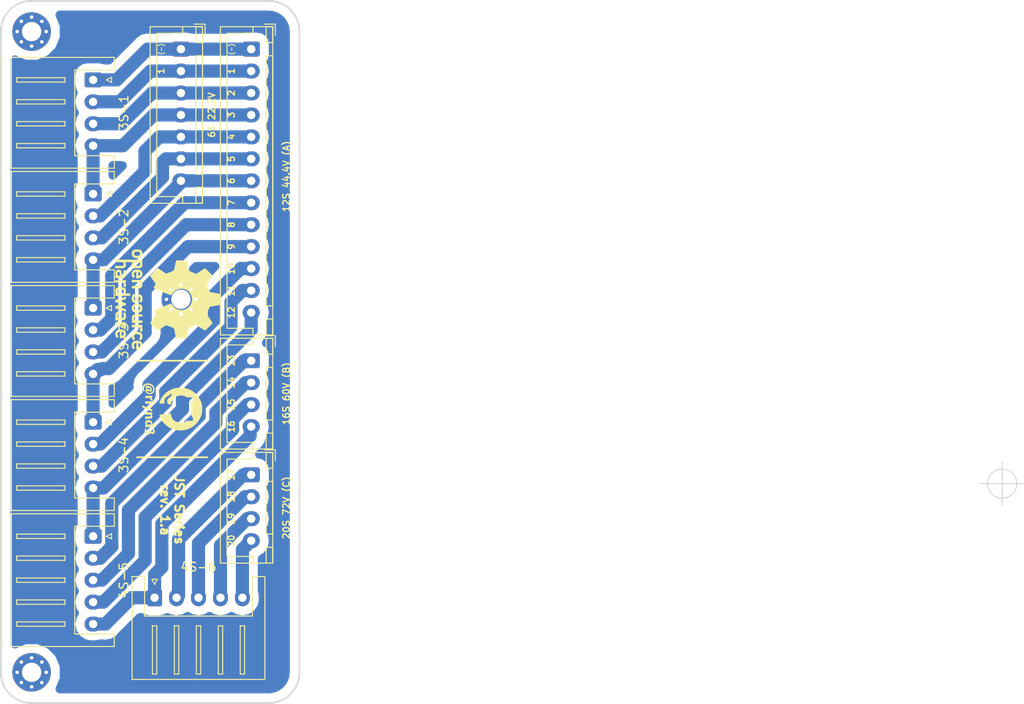
<source format=kicad_pcb>
(kicad_pcb (version 20171130) (host pcbnew "(5.0.2)-1")

  (general
    (thickness 1.6)
    (drawings 39)
    (tracks 125)
    (zones 0)
    (modules 15)
    (nets 22)
  )

  (page A4)
  (layers
    (0 F.Cu signal hide)
    (31 B.Cu signal)
    (32 B.Adhes user hide)
    (33 F.Adhes user hide)
    (34 B.Paste user hide)
    (35 F.Paste user hide)
    (36 B.SilkS user hide)
    (37 F.SilkS user hide)
    (38 B.Mask user hide)
    (39 F.Mask user hide)
    (40 Dwgs.User user hide)
    (41 Cmts.User user hide)
    (42 Eco1.User user hide)
    (43 Eco2.User user hide)
    (44 Edge.Cuts user)
    (45 Margin user hide)
    (46 B.CrtYd user hide)
    (47 F.CrtYd user hide)
    (48 B.Fab user hide)
    (49 F.Fab user hide)
  )

  (setup
    (last_trace_width 1.2)
    (trace_clearance 0.6)
    (zone_clearance 1)
    (zone_45_only no)
    (trace_min 0.2)
    (segment_width 0.2)
    (edge_width 0.2)
    (via_size 0.8)
    (via_drill 0.4)
    (via_min_size 0.4)
    (via_min_drill 0.3)
    (uvia_size 0.3)
    (uvia_drill 0.1)
    (uvias_allowed no)
    (uvia_min_size 0.2)
    (uvia_min_drill 0.1)
    (pcb_text_width 0.3)
    (pcb_text_size 1.5 1.5)
    (mod_edge_width 0.15)
    (mod_text_size 1 1)
    (mod_text_width 0.15)
    (pad_size 1.5 1.5)
    (pad_drill 0.6)
    (pad_to_mask_clearance 0)
    (solder_mask_min_width 0.25)
    (aux_axis_origin 161 37)
    (visible_elements 7FFFFFFF)
    (pcbplotparams
      (layerselection 0x010fc_ffffffff)
      (usegerberextensions false)
      (usegerberattributes false)
      (usegerberadvancedattributes false)
      (creategerberjobfile false)
      (excludeedgelayer true)
      (linewidth 0.100000)
      (plotframeref false)
      (viasonmask false)
      (mode 1)
      (useauxorigin false)
      (hpglpennumber 1)
      (hpglpenspeed 20)
      (hpglpendiameter 15.000000)
      (psnegative false)
      (psa4output false)
      (plotreference true)
      (plotvalue true)
      (plotinvisibletext false)
      (padsonsilk false)
      (subtractmaskfromsilk false)
      (outputformat 1)
      (mirror false)
      (drillshape 1)
      (scaleselection 1)
      (outputdirectory ""))
  )

  (net 0 "")
  (net 1 "Net-(12S-A1-Pad1)")
  (net 2 "Net-(12S-A1-Pad2)")
  (net 3 "Net-(12S-A1-Pad3)")
  (net 4 "Net-(12S-A1-Pad4)")
  (net 5 "Net-(12S-A1-Pad5)")
  (net 6 "Net-(12S-A1-Pad6)")
  (net 7 "Net-(12S-A1-Pad7)")
  (net 8 "Net-(12S-A1-Pad8)")
  (net 9 "Net-(12S-A1-Pad9)")
  (net 10 "Net-(12S-A1-Pad10)")
  (net 11 "Net-(12S-A1-Pad11)")
  (net 12 "Net-(12S-A1-Pad12)")
  (net 13 "Net-(12S-A1-Pad13)")
  (net 14 "Net-(16S-B1-Pad1)")
  (net 15 "Net-(16S-B1-Pad2)")
  (net 16 "Net-(16S-B1-Pad3)")
  (net 17 "Net-(16S-B1-Pad4)")
  (net 18 "Net-(20S-C1-Pad4)")
  (net 19 "Net-(20S-C1-Pad3)")
  (net 20 "Net-(20S-C1-Pad2)")
  (net 21 "Net-(20S-C1-Pad1)")

  (net_class Default "This is the default net class."
    (clearance 0.6)
    (trace_width 1.2)
    (via_dia 0.8)
    (via_drill 0.4)
    (uvia_dia 0.3)
    (uvia_drill 0.1)
  )

  (net_class conn ""
    (clearance 0.4)
    (trace_width 1.5)
    (via_dia 0.8)
    (via_drill 0.4)
    (uvia_dia 0.3)
    (uvia_drill 0.1)
    (add_net "Net-(12S-A1-Pad1)")
    (add_net "Net-(12S-A1-Pad10)")
    (add_net "Net-(12S-A1-Pad11)")
    (add_net "Net-(12S-A1-Pad12)")
    (add_net "Net-(12S-A1-Pad13)")
    (add_net "Net-(12S-A1-Pad2)")
    (add_net "Net-(12S-A1-Pad3)")
    (add_net "Net-(12S-A1-Pad4)")
    (add_net "Net-(12S-A1-Pad5)")
    (add_net "Net-(12S-A1-Pad6)")
    (add_net "Net-(12S-A1-Pad7)")
    (add_net "Net-(12S-A1-Pad8)")
    (add_net "Net-(12S-A1-Pad9)")
    (add_net "Net-(16S-B1-Pad1)")
    (add_net "Net-(16S-B1-Pad2)")
    (add_net "Net-(16S-B1-Pad3)")
    (add_net "Net-(16S-B1-Pad4)")
    (add_net "Net-(20S-C1-Pad1)")
    (add_net "Net-(20S-C1-Pad2)")
    (add_net "Net-(20S-C1-Pad3)")
    (add_net "Net-(20S-C1-Pad4)")
  )

  (module Connector_JST:JST_XH_S04B-XH-A_1x04_P2.50mm_Horizontal (layer F.Cu) (tedit 5B775209) (tstamp 5C38F9EF)
    (at 134 57 270)
    (descr "JST XH series connector, S04B-XH-A (http://www.jst-mfg.com/product/pdf/eng/eXH.pdf), generated with kicad-footprint-generator")
    (tags "connector JST XH top entry")
    (path /5C382FE7)
    (fp_text reference 3S-2 (at 3.75 -3.5 270) (layer F.SilkS)
      (effects (font (size 1 1) (thickness 0.15)))
    )
    (fp_text value "JST XH 3S" (at 3.75 10.4 270) (layer F.Fab)
      (effects (font (size 1 1) (thickness 0.15)))
    )
    (fp_text user %R (at 3.75 3.45 270) (layer F.Fab)
      (effects (font (size 1 1) (thickness 0.15)))
    )
    (fp_line (start 0 1.2) (end 0.625 2.2) (layer F.Fab) (width 0.1))
    (fp_line (start -0.625 2.2) (end 0 1.2) (layer F.Fab) (width 0.1))
    (fp_line (start 0.3 -2.1) (end 0 -1.5) (layer F.SilkS) (width 0.12))
    (fp_line (start -0.3 -2.1) (end 0.3 -2.1) (layer F.SilkS) (width 0.12))
    (fp_line (start 0 -1.5) (end -0.3 -2.1) (layer F.SilkS) (width 0.12))
    (fp_line (start 7.75 3.2) (end 7.25 3.2) (layer F.SilkS) (width 0.12))
    (fp_line (start 7.75 8.7) (end 7.75 3.2) (layer F.SilkS) (width 0.12))
    (fp_line (start 7.25 8.7) (end 7.75 8.7) (layer F.SilkS) (width 0.12))
    (fp_line (start 7.25 3.2) (end 7.25 8.7) (layer F.SilkS) (width 0.12))
    (fp_line (start 5.25 3.2) (end 4.75 3.2) (layer F.SilkS) (width 0.12))
    (fp_line (start 5.25 8.7) (end 5.25 3.2) (layer F.SilkS) (width 0.12))
    (fp_line (start 4.75 8.7) (end 5.25 8.7) (layer F.SilkS) (width 0.12))
    (fp_line (start 4.75 3.2) (end 4.75 8.7) (layer F.SilkS) (width 0.12))
    (fp_line (start 2.75 3.2) (end 2.25 3.2) (layer F.SilkS) (width 0.12))
    (fp_line (start 2.75 8.7) (end 2.75 3.2) (layer F.SilkS) (width 0.12))
    (fp_line (start 2.25 8.7) (end 2.75 8.7) (layer F.SilkS) (width 0.12))
    (fp_line (start 2.25 3.2) (end 2.25 8.7) (layer F.SilkS) (width 0.12))
    (fp_line (start 0.25 3.2) (end -0.25 3.2) (layer F.SilkS) (width 0.12))
    (fp_line (start 0.25 8.7) (end 0.25 3.2) (layer F.SilkS) (width 0.12))
    (fp_line (start -0.25 8.7) (end 0.25 8.7) (layer F.SilkS) (width 0.12))
    (fp_line (start -0.25 3.2) (end -0.25 8.7) (layer F.SilkS) (width 0.12))
    (fp_line (start 8.75 2.2) (end 3.75 2.2) (layer F.Fab) (width 0.1))
    (fp_line (start 8.75 -2.3) (end 8.75 2.2) (layer F.Fab) (width 0.1))
    (fp_line (start 9.95 -2.3) (end 8.75 -2.3) (layer F.Fab) (width 0.1))
    (fp_line (start 9.95 9.2) (end 9.95 -2.3) (layer F.Fab) (width 0.1))
    (fp_line (start 3.75 9.2) (end 9.95 9.2) (layer F.Fab) (width 0.1))
    (fp_line (start -1.25 2.2) (end 3.75 2.2) (layer F.Fab) (width 0.1))
    (fp_line (start -1.25 -2.3) (end -1.25 2.2) (layer F.Fab) (width 0.1))
    (fp_line (start -2.45 -2.3) (end -1.25 -2.3) (layer F.Fab) (width 0.1))
    (fp_line (start -2.45 9.2) (end -2.45 -2.3) (layer F.Fab) (width 0.1))
    (fp_line (start 3.75 9.2) (end -2.45 9.2) (layer F.Fab) (width 0.1))
    (fp_line (start 8.64 2.09) (end 3.75 2.09) (layer F.SilkS) (width 0.12))
    (fp_line (start 8.64 -2.41) (end 8.64 2.09) (layer F.SilkS) (width 0.12))
    (fp_line (start 10.06 -2.41) (end 8.64 -2.41) (layer F.SilkS) (width 0.12))
    (fp_line (start 10.06 9.31) (end 10.06 -2.41) (layer F.SilkS) (width 0.12))
    (fp_line (start 3.75 9.31) (end 10.06 9.31) (layer F.SilkS) (width 0.12))
    (fp_line (start -1.14 2.09) (end 3.75 2.09) (layer F.SilkS) (width 0.12))
    (fp_line (start -1.14 -2.41) (end -1.14 2.09) (layer F.SilkS) (width 0.12))
    (fp_line (start -2.56 -2.41) (end -1.14 -2.41) (layer F.SilkS) (width 0.12))
    (fp_line (start -2.56 9.31) (end -2.56 -2.41) (layer F.SilkS) (width 0.12))
    (fp_line (start 3.75 9.31) (end -2.56 9.31) (layer F.SilkS) (width 0.12))
    (fp_line (start 10.45 -2.8) (end -2.95 -2.8) (layer F.CrtYd) (width 0.05))
    (fp_line (start 10.45 9.7) (end 10.45 -2.8) (layer F.CrtYd) (width 0.05))
    (fp_line (start -2.95 9.7) (end 10.45 9.7) (layer F.CrtYd) (width 0.05))
    (fp_line (start -2.95 -2.8) (end -2.95 9.7) (layer F.CrtYd) (width 0.05))
    (pad 4 thru_hole oval (at 7.5 0 270) (size 1.7 1.95) (drill 0.95) (layers *.Cu *.Mask)
      (net 7 "Net-(12S-A1-Pad7)"))
    (pad 3 thru_hole oval (at 5 0 270) (size 1.7 1.95) (drill 0.95) (layers *.Cu *.Mask)
      (net 6 "Net-(12S-A1-Pad6)"))
    (pad 2 thru_hole oval (at 2.5 0 270) (size 1.7 1.95) (drill 0.95) (layers *.Cu *.Mask)
      (net 5 "Net-(12S-A1-Pad5)"))
    (pad 1 thru_hole roundrect (at 0 0 270) (size 1.7 1.95) (drill 0.95) (layers *.Cu *.Mask) (roundrect_rratio 0.147059)
      (net 4 "Net-(12S-A1-Pad4)"))
    (model ${KISYS3DMOD}/Connector_JST.3dshapes/JST_XH_S04B-XH-A_1x04_P2.50mm_Horizontal.wrl
      (at (xyz 0 0 0))
      (scale (xyz 1 1 1))
      (rotate (xyz 0 0 0))
    )
  )

  (module Github_rlynd3:github-rlynd_6mm (layer F.Cu) (tedit 0) (tstamp 5C39ADAC)
    (at 143 81.5 270)
    (fp_text reference G*** (at 0 0 270) (layer F.SilkS) hide
      (effects (font (size 1.524 1.524) (thickness 0.3)))
    )
    (fp_text value LOGO (at 0.75 0 270) (layer F.SilkS) hide
      (effects (font (size 1.524 1.524) (thickness 0.3)))
    )
    (fp_poly (pts (xy 0.161112 -3.412844) (xy 0.283395 -3.410011) (xy 0.37881 -3.403719) (xy 0.459318 -3.392682)
      (xy 0.536882 -3.375614) (xy 0.623464 -3.351231) (xy 0.6477 -3.343909) (xy 0.987212 -3.215246)
      (xy 1.297356 -3.046183) (xy 1.575806 -2.839323) (xy 1.820237 -2.597267) (xy 2.028323 -2.322619)
      (xy 2.197742 -2.017981) (xy 2.326166 -1.685955) (xy 2.402165 -1.379891) (xy 2.426758 -1.184533)
      (xy 2.434858 -0.961213) (xy 2.427149 -0.728661) (xy 2.40432 -0.505606) (xy 2.367056 -0.310777)
      (xy 2.362326 -0.292692) (xy 2.243703 0.054922) (xy 2.083715 0.373729) (xy 1.88374 0.662035)
      (xy 1.645154 0.918143) (xy 1.369333 1.140359) (xy 1.057655 1.326988) (xy 1.039019 1.336428)
      (xy 0.893037 1.401575) (xy 0.775362 1.437031) (xy 0.689799 1.442007) (xy 0.642357 1.418565)
      (xy 0.630684 1.378632) (xy 0.620759 1.290857) (xy 0.612792 1.158175) (xy 0.606993 0.983521)
      (xy 0.605311 0.901581) (xy 0.602122 0.733101) (xy 0.598541 0.606911) (xy 0.593482 0.514503)
      (xy 0.58586 0.447373) (xy 0.574589 0.397013) (xy 0.558582 0.354918) (xy 0.536753 0.312581)
      (xy 0.528155 0.297228) (xy 0.488634 0.217167) (xy 0.481617 0.174239) (xy 0.490055 0.166252)
      (xy 0.5303 0.156963) (xy 0.6029 0.142299) (xy 0.670684 0.129434) (xy 0.901579 0.065325)
      (xy 1.098189 -0.034897) (xy 1.259228 -0.170328) (xy 1.383409 -0.340065) (xy 1.408811 -0.388298)
      (xy 1.480611 -0.558084) (xy 1.52502 -0.725939) (xy 1.546163 -0.911003) (xy 1.5494 -1.040257)
      (xy 1.533142 -1.255577) (xy 1.482278 -1.442862) (xy 1.400111 -1.603929) (xy 1.362646 -1.666653)
      (xy 1.341496 -1.718968) (xy 1.333398 -1.778003) (xy 1.33509 -1.860883) (xy 1.339108 -1.924225)
      (xy 1.342078 -2.070313) (xy 1.331826 -2.201909) (xy 1.321652 -2.257047) (xy 1.301225 -2.333093)
      (xy 1.28007 -2.371867) (xy 1.247232 -2.385858) (xy 1.20716 -2.3876) (xy 1.080872 -2.368678)
      (xy 0.931289 -2.31419) (xy 0.767682 -2.227558) (xy 0.759138 -2.222345) (xy 0.616576 -2.134794)
      (xy 0.441638 -2.171856) (xy 0.286768 -2.194515) (xy 0.102005 -2.205978) (xy -0.093017 -2.206243)
      (xy -0.278661 -2.19531) (xy -0.435292 -2.173178) (xy -0.441468 -2.171892) (xy -0.535087 -2.153375)
      (xy -0.594643 -2.147294) (xy -0.635477 -2.15428) (xy -0.672935 -2.174959) (xy -0.682768 -2.181776)
      (xy -0.807234 -2.257584) (xy -0.943967 -2.32167) (xy -1.073811 -2.365815) (xy -1.144295 -2.379789)
      (xy -1.219418 -2.386512) (xy -1.260311 -2.379765) (xy -1.282949 -2.353834) (xy -1.294675 -2.326009)
      (xy -1.326006 -2.201305) (xy -1.339157 -2.054003) (xy -1.332554 -1.909516) (xy -1.32373 -1.856797)
      (xy -1.308903 -1.776616) (xy -1.310249 -1.724358) (xy -1.331368 -1.678725) (xy -1.360696 -1.638204)
      (xy -1.454143 -1.47608) (xy -1.514319 -1.282578) (xy -1.539798 -1.065899) (xy -1.52915 -0.834249)
      (xy -1.515879 -0.747) (xy -1.453407 -0.510298) (xy -1.357441 -0.311338) (xy -1.226209 -0.148186)
      (xy -1.057939 -0.018906) (xy -0.85086 0.078437) (xy -0.724031 0.117938) (xy -0.63518 0.13803)
      (xy -0.555016 0.150327) (xy -0.52705 0.152098) (xy -0.473751 0.158488) (xy -0.460941 0.18261)
      (xy -0.486239 0.232859) (xy -0.498883 0.251407) (xy -0.533143 0.3149) (xy -0.565374 0.397012)
      (xy -0.571226 0.415809) (xy -0.59219 0.476323) (xy -0.620097 0.512473) (xy -0.66978 0.53644)
      (xy -0.743263 0.557123) (xy -0.881722 0.577649) (xy -1.004729 0.560592) (xy -1.119165 0.502759)
      (xy -1.231912 0.400957) (xy -1.324095 0.287641) (xy -1.435093 0.160098) (xy -1.543913 0.081812)
      (xy -1.652553 0.05141) (xy -1.668551 0.050894) (xy -1.735744 0.058374) (xy -1.761161 0.083106)
      (xy -1.744568 0.128225) (xy -1.685732 0.196863) (xy -1.655429 0.226723) (xy -1.562382 0.332602)
      (xy -1.474745 0.461253) (xy -1.437651 0.528335) (xy -1.379269 0.630259) (xy -1.316546 0.717445)
      (xy -1.263636 0.77159) (xy -1.139804 0.837232) (xy -0.984442 0.873582) (xy -0.809127 0.878228)
      (xy -0.768921 0.874743) (xy -0.6096 0.857681) (xy -0.6096 1.12226) (xy -0.612778 1.264764)
      (xy -0.622112 1.362939) (xy -0.637307 1.413915) (xy -0.64008 1.41732) (xy -0.687617 1.442458)
      (xy -0.758224 1.441241) (xy -0.857751 1.412567) (xy -0.992048 1.355339) (xy -1.006763 1.348408)
      (xy -1.315936 1.17665) (xy -1.588468 0.970913) (xy -1.82831 0.727758) (xy -2.029812 0.458465)
      (xy -2.203324 0.149051) (xy -2.329233 -0.177931) (xy -2.40732 -0.521741) (xy -2.437366 -0.881636)
      (xy -2.437733 -0.9271) (xy -2.413567 -1.287261) (xy -2.342692 -1.631326) (xy -2.227543 -1.956006)
      (xy -2.070556 -2.258013) (xy -1.874166 -2.534059) (xy -1.640808 -2.780856) (xy -1.372919 -2.995116)
      (xy -1.072932 -3.173551) (xy -0.743285 -3.312873) (xy -0.6477 -3.343909) (xy -0.557034 -3.370303)
      (xy -0.47835 -3.389064) (xy -0.399686 -3.401476) (xy -0.30908 -3.408824) (xy -0.19457 -3.412395)
      (xy -0.044194 -3.413473) (xy 0 -3.413503) (xy 0.161112 -3.412844)) (layer F.SilkS) (width 0.01))
    (fp_poly (pts (xy 0.524053 2.245936) (xy 0.566676 2.281468) (xy 0.62809 2.339163) (xy 0.722807 2.283279)
      (xy 0.795932 2.2477) (xy 0.858665 2.240987) (xy 0.909163 2.250347) (xy 0.979349 2.277403)
      (xy 1.031551 2.323012) (xy 1.068502 2.394015) (xy 1.092939 2.497253) (xy 1.107595 2.639568)
      (xy 1.113335 2.761089) (xy 1.123732 3.0734) (xy 0.8636 3.0734) (xy 0.8636 2.798854)
      (xy 0.860953 2.652702) (xy 0.851254 2.550488) (xy 0.831863 2.485542) (xy 0.800143 2.451195)
      (xy 0.753454 2.440776) (xy 0.722647 2.44257) (xy 0.6477 2.4511) (xy 0.641398 2.7051)
      (xy 0.637301 2.848496) (xy 0.631277 2.948804) (xy 0.620262 3.013723) (xy 0.601193 3.050951)
      (xy 0.571004 3.068187) (xy 0.526633 3.073131) (xy 0.494816 3.0734) (xy 0.381 3.0734)
      (xy 0.376766 2.7305) (xy 0.375047 2.600373) (xy 0.373327 2.48612) (xy 0.371785 2.398624)
      (xy 0.370602 2.348769) (xy 0.370416 2.344123) (xy 0.389169 2.301966) (xy 0.436781 2.26221)
      (xy 0.487338 2.239014) (xy 0.524053 2.245936)) (layer F.SilkS) (width 0.01))
    (fp_poly (pts (xy -0.63959 1.848901) (xy -0.632246 1.857786) (xy -0.626004 1.892148) (xy -0.620422 1.969696)
      (xy -0.615772 2.082818) (xy -0.612324 2.223903) (xy -0.610351 2.385338) (xy -0.609989 2.48285)
      (xy -0.6096 3.0734) (xy -0.8636 3.0734) (xy -0.8636 1.858665) (xy -0.758858 1.840968)
      (xy -0.681378 1.834339) (xy -0.63959 1.848901)) (layer F.SilkS) (width 0.01))
    (fp_poly (pts (xy -0.988846 2.261787) (xy -0.965513 2.304792) (xy -0.9652 2.311916) (xy -0.975619 2.371243)
      (xy -0.994678 2.424504) (xy -1.0259 2.469414) (xy -1.076288 2.487238) (xy -1.11896 2.4892)
      (xy -1.172968 2.492542) (xy -1.208823 2.508283) (xy -1.230214 2.544995) (xy -1.240826 2.611249)
      (xy -1.244347 2.715618) (xy -1.2446 2.7813) (xy -1.245882 2.906664) (xy -1.252527 2.98986)
      (xy -1.268737 3.039504) (xy -1.298714 3.064215) (xy -1.346659 3.072609) (xy -1.387018 3.0734)
      (xy -1.4986 3.0734) (xy -1.4986 2.731999) (xy -1.500572 2.584403) (xy -1.506214 2.47181)
      (xy -1.51512 2.399699) (xy -1.525234 2.374137) (xy -1.534281 2.345447) (xy -1.507067 2.304381)
      (xy -1.451915 2.262908) (xy -1.44538 2.259304) (xy -1.378636 2.247331) (xy -1.321734 2.28148)
      (xy -1.292469 2.331809) (xy -1.26803 2.396089) (xy -1.228352 2.339441) (xy -1.172795 2.285321)
      (xy -1.10561 2.253424) (xy -1.039919 2.245122) (xy -0.988846 2.261787)) (layer F.SilkS) (width 0.01))
    (fp_poly (pts (xy 1.998736 1.838115) (xy 2.005667 1.840923) (xy 2.015448 1.872518) (xy 2.023093 1.9521)
      (xy 2.028466 2.076894) (xy 2.031429 2.244126) (xy 2.032 2.376743) (xy 2.033148 2.576768)
      (xy 2.036742 2.730047) (xy 2.043004 2.840585) (xy 2.052156 2.912387) (xy 2.06375 2.948398)
      (xy 2.08072 2.990617) (xy 2.062922 3.025343) (xy 2.036963 3.048498) (xy 1.981812 3.080773)
      (xy 1.925015 3.075804) (xy 1.91048 3.070655) (xy 1.854542 3.042243) (xy 1.824902 3.016294)
      (xy 1.798479 3.001897) (xy 1.769697 3.01895) (xy 1.67338 3.067599) (xy 1.559025 3.075515)
      (xy 1.484917 3.05881) (xy 1.381069 2.999455) (xy 1.308775 2.910075) (xy 1.267741 2.800224)
      (xy 1.257673 2.679452) (xy 1.264379 2.639696) (xy 1.507616 2.639696) (xy 1.517798 2.74069)
      (xy 1.559007 2.823935) (xy 1.626379 2.878923) (xy 1.7018 2.8956) (xy 1.778 2.8956)
      (xy 1.778 2.653502) (xy 1.776466 2.536364) (xy 1.770926 2.460814) (xy 1.759967 2.41771)
      (xy 1.742178 2.397906) (xy 1.73828 2.396163) (xy 1.672023 2.395518) (xy 1.603803 2.434121)
      (xy 1.547354 2.502909) (xy 1.533323 2.531462) (xy 1.507616 2.639696) (xy 1.264379 2.639696)
      (xy 1.278277 2.557313) (xy 1.329259 2.44336) (xy 1.410324 2.347143) (xy 1.508787 2.283598)
      (xy 1.594016 2.253386) (xy 1.677045 2.236805) (xy 1.69545 2.235757) (xy 1.778 2.2352)
      (xy 1.778 1.858665) (xy 1.878667 1.841657) (xy 1.949051 1.834571) (xy 1.998736 1.838115)) (layer F.SilkS) (width 0.01))
    (fp_poly (pts (xy 2.679865 1.993096) (xy 2.764111 2.04422) (xy 2.823598 2.115605) (xy 2.852211 2.199705)
      (xy 2.843833 2.288977) (xy 2.792348 2.375878) (xy 2.786325 2.382354) (xy 2.734051 2.442841)
      (xy 2.720432 2.476847) (xy 2.743953 2.48898) (xy 2.751147 2.4892) (xy 2.78857 2.506289)
      (xy 2.840924 2.548885) (xy 2.856981 2.564858) (xy 2.91329 2.657556) (xy 2.93225 2.767955)
      (xy 2.912801 2.878209) (xy 2.879296 2.941022) (xy 2.79033 3.024472) (xy 2.670347 3.085071)
      (xy 2.535728 3.118248) (xy 2.402851 3.11943) (xy 2.31738 3.097871) (xy 2.270052 3.059516)
      (xy 2.228509 2.997418) (xy 2.20983 2.937364) (xy 2.2098 2.935437) (xy 2.232965 2.933296)
      (xy 2.293858 2.934914) (xy 2.379572 2.939932) (xy 2.384414 2.940276) (xy 2.480613 2.945146)
      (xy 2.54148 2.940922) (xy 2.582083 2.924867) (xy 2.613014 2.898785) (xy 2.656221 2.826577)
      (xy 2.663537 2.744833) (xy 2.63435 2.673021) (xy 2.620549 2.658236) (xy 2.5591 2.62827)
      (xy 2.471674 2.616217) (xy 2.468149 2.6162) (xy 2.402932 2.611225) (xy 2.365611 2.598739)
      (xy 2.3622 2.592877) (xy 2.383522 2.522211) (xy 2.450077 2.460855) (xy 2.491926 2.437009)
      (xy 2.573452 2.376211) (xy 2.609471 2.303084) (xy 2.597506 2.223192) (xy 2.592066 2.212165)
      (xy 2.542655 2.168661) (xy 2.465818 2.162371) (xy 2.369145 2.193704) (xy 2.357568 2.199495)
      (xy 2.289156 2.220771) (xy 2.248494 2.199497) (xy 2.235588 2.141793) (xy 2.256863 2.100625)
      (xy 2.31218 2.053278) (xy 2.387425 2.009745) (xy 2.461566 1.981801) (xy 2.576978 1.969775)
      (xy 2.679865 1.993096)) (layer F.SilkS) (width 0.01))
    (fp_poly (pts (xy -2.052303 2.037446) (xy -1.912458 2.102937) (xy -1.820754 2.182593) (xy -1.730409 2.311392)
      (xy -1.686173 2.451293) (xy -1.684374 2.609912) (xy -1.720509 2.760095) (xy -1.791688 2.881431)
      (xy -1.89247 2.968432) (xy -2.017415 3.015612) (xy -2.093534 3.0226) (xy -2.162141 3.014518)
      (xy -2.201244 2.983348) (xy -2.214613 2.958681) (xy -2.237627 2.915071) (xy -2.260053 2.912945)
      (xy -2.296618 2.944289) (xy -2.394684 3.013685) (xy -2.483688 3.03501) (xy -2.557915 3.010887)
      (xy -2.611655 2.943933) (xy -2.639194 2.83677) (xy -2.6416 2.786071) (xy -2.637805 2.759656)
      (xy -2.4384 2.759656) (xy -2.434052 2.833307) (xy -2.415776 2.864977) (xy -2.375726 2.863121)
      (xy -2.350496 2.854367) (xy -2.308497 2.817388) (xy -2.262039 2.743732) (xy -2.218101 2.646217)
      (xy -2.188881 2.557562) (xy -2.162274 2.460825) (xy -2.242376 2.468662) (xy -2.323015 2.500297)
      (xy -2.38729 2.571058) (xy -2.427884 2.670082) (xy -2.4384 2.759656) (xy -2.637805 2.759656)
      (xy -2.619342 2.631173) (xy -2.556519 2.50187) (xy -2.45906 2.403288) (xy -2.332893 2.34055)
      (xy -2.183947 2.318781) (xy -2.107316 2.324221) (xy -2.048182 2.332832) (xy -2.009832 2.34526)
      (xy -1.989801 2.370423) (xy -1.985624 2.417239) (xy -1.994839 2.494626) (xy -2.014979 2.611502)
      (xy -2.020041 2.640057) (xy -2.038439 2.763) (xy -2.041042 2.841987) (xy -2.026675 2.881711)
      (xy -1.99416 2.886868) (xy -1.961582 2.873294) (xy -1.913894 2.8251) (xy -1.871274 2.743162)
      (xy -1.840622 2.644503) (xy -1.82884 2.546144) (xy -1.82884 2.545835) (xy -1.850103 2.41403)
      (xy -1.908388 2.307419) (xy -1.995624 2.227811) (xy -2.103736 2.177012) (xy -2.224651 2.156831)
      (xy -2.350295 2.169076) (xy -2.472595 2.215555) (xy -2.583477 2.298074) (xy -2.640112 2.364176)
      (xy -2.714106 2.500274) (xy -2.752496 2.647399) (xy -2.756301 2.795374) (xy -2.726545 2.934023)
      (xy -2.664248 3.053167) (xy -2.570431 3.14263) (xy -2.561411 3.148312) (xy -2.45908 3.197454)
      (xy -2.356338 3.215717) (xy -2.241411 3.202836) (xy -2.102524 3.158548) (xy -2.049026 3.136826)
      (xy -2.016991 3.130197) (xy -2.008274 3.15636) (xy -2.010926 3.190555) (xy -2.032424 3.251314)
      (xy -2.088686 3.296263) (xy -2.1082 3.306121) (xy -2.255373 3.353143) (xy -2.409906 3.363507)
      (xy -2.496376 3.351021) (xy -2.658246 3.291938) (xy -2.781262 3.201377) (xy -2.866422 3.077958)
      (xy -2.914719 2.920302) (xy -2.927525 2.753497) (xy -2.905997 2.556987) (xy -2.844895 2.38397)
      (xy -2.747193 2.239737) (xy -2.615863 2.129576) (xy -2.559262 2.098471) (xy -2.381911 2.034506)
      (xy -2.210856 2.0144) (xy -2.052303 2.037446)) (layer F.SilkS) (width 0.01))
    (fp_poly (pts (xy 0.13856 2.250217) (xy 0.198263 2.269758) (xy 0.232331 2.292802) (xy 0.234124 2.328593)
      (xy 0.223275 2.398206) (xy 0.202115 2.486921) (xy 0.200852 2.49151) (xy 0.139576 2.691538)
      (xy 0.071003 2.879179) (xy -0.001799 3.048579) (xy -0.075763 3.193881) (xy -0.14782 3.309228)
      (xy -0.214904 3.388765) (xy -0.273947 3.426636) (xy -0.290211 3.429) (xy -0.350738 3.41337)
      (xy -0.381271 3.390574) (xy -0.393918 3.36264) (xy -0.385784 3.323851) (xy -0.352975 3.26314)
      (xy -0.316647 3.206789) (xy -0.268049 3.129857) (xy -0.233379 3.067838) (xy -0.220134 3.034147)
      (xy -0.220134 3.03413) (xy -0.228789 3.001727) (xy -0.25258 2.931192) (xy -0.288247 2.831748)
      (xy -0.332529 2.712613) (xy -0.351367 2.662972) (xy -0.397961 2.539931) (xy -0.437271 2.434303)
      (xy -0.466073 2.354897) (xy -0.481141 2.310521) (xy -0.4826 2.304527) (xy -0.460565 2.282598)
      (xy -0.407837 2.263208) (xy -0.344491 2.25085) (xy -0.290596 2.250016) (xy -0.270868 2.257141)
      (xy -0.249489 2.291897) (xy -0.218772 2.363008) (xy -0.183801 2.458119) (xy -0.165861 2.512221)
      (xy -0.132643 2.609335) (xy -0.103113 2.683391) (xy -0.081466 2.724458) (xy -0.074174 2.729247)
      (xy -0.060622 2.701093) (xy -0.039285 2.634685) (xy -0.013589 2.541315) (xy 0.002846 2.475587)
      (xy 0.06122 2.233452) (xy 0.13856 2.250217)) (layer F.SilkS) (width 0.01))
  )

  (module Symbol:OSHW-Logo_11.4x12mm_SilkScreen (layer F.Cu) (tedit 0) (tstamp 5C3AB36E)
    (at 142.5 69 270)
    (descr "Open Source Hardware Logo")
    (tags "Logo OSHW")
    (attr virtual)
    (fp_text reference REF** (at 0 0 270) (layer F.SilkS) hide
      (effects (font (size 1 1) (thickness 0.15)))
    )
    (fp_text value OSHW-Logo_11.4x12mm_SilkScreen (at 0.75 0 270) (layer F.Fab) hide
      (effects (font (size 1 1) (thickness 0.15)))
    )
    (fp_poly (pts (xy 0.746535 -5.366828) (xy 0.859117 -4.769637) (xy 1.274531 -4.59839) (xy 1.689944 -4.427143)
      (xy 2.188302 -4.766022) (xy 2.327868 -4.860378) (xy 2.454028 -4.944625) (xy 2.560895 -5.014917)
      (xy 2.642582 -5.067408) (xy 2.693201 -5.098251) (xy 2.706986 -5.104902) (xy 2.73182 -5.087797)
      (xy 2.784888 -5.040511) (xy 2.86024 -4.969083) (xy 2.951929 -4.879555) (xy 3.054007 -4.777966)
      (xy 3.160526 -4.670357) (xy 3.265536 -4.562768) (xy 3.363091 -4.46124) (xy 3.447242 -4.371814)
      (xy 3.51204 -4.300529) (xy 3.551538 -4.253427) (xy 3.56098 -4.237663) (xy 3.547391 -4.208602)
      (xy 3.509293 -4.144934) (xy 3.450694 -4.052888) (xy 3.375597 -3.938691) (xy 3.288009 -3.808571)
      (xy 3.237254 -3.734354) (xy 3.144745 -3.598833) (xy 3.06254 -3.476539) (xy 2.99463 -3.37356)
      (xy 2.945 -3.295982) (xy 2.91764 -3.249894) (xy 2.913529 -3.240208) (xy 2.922849 -3.212681)
      (xy 2.948254 -3.148527) (xy 2.985911 -3.056765) (xy 3.031986 -2.946416) (xy 3.082646 -2.8265)
      (xy 3.134059 -2.706036) (xy 3.182389 -2.594046) (xy 3.223806 -2.499548) (xy 3.254474 -2.431563)
      (xy 3.270562 -2.399112) (xy 3.271511 -2.397835) (xy 3.296772 -2.391638) (xy 3.364046 -2.377815)
      (xy 3.46636 -2.357723) (xy 3.596741 -2.332721) (xy 3.748216 -2.304169) (xy 3.836594 -2.287704)
      (xy 3.998452 -2.256886) (xy 4.144649 -2.227561) (xy 4.267787 -2.201334) (xy 4.360469 -2.179809)
      (xy 4.415301 -2.16459) (xy 4.426323 -2.159762) (xy 4.437119 -2.127081) (xy 4.445829 -2.05327)
      (xy 4.45246 -1.946963) (xy 4.457018 -1.816788) (xy 4.459509 -1.671379) (xy 4.459938 -1.519365)
      (xy 4.458311 -1.369378) (xy 4.454635 -1.230049) (xy 4.448915 -1.11001) (xy 4.441158 -1.01789)
      (xy 4.431368 -0.962323) (xy 4.425496 -0.950755) (xy 4.390399 -0.93689) (xy 4.316028 -0.917067)
      (xy 4.212223 -0.893616) (xy 4.088819 -0.868864) (xy 4.045741 -0.860857) (xy 3.838047 -0.822814)
      (xy 3.673984 -0.792176) (xy 3.54813 -0.767726) (xy 3.455065 -0.748246) (xy 3.389367 -0.732519)
      (xy 3.345617 -0.719327) (xy 3.318392 -0.707451) (xy 3.302272 -0.695675) (xy 3.300017 -0.693347)
      (xy 3.277503 -0.655855) (xy 3.243158 -0.58289) (xy 3.200411 -0.483388) (xy 3.152692 -0.366282)
      (xy 3.10343 -0.240507) (xy 3.056055 -0.114998) (xy 3.013995 0.00131) (xy 2.98068 0.099484)
      (xy 2.959541 0.170588) (xy 2.954005 0.205687) (xy 2.954466 0.206917) (xy 2.973223 0.235606)
      (xy 3.015776 0.29873) (xy 3.077653 0.389718) (xy 3.154382 0.502) (xy 3.241491 0.629005)
      (xy 3.266299 0.665098) (xy 3.354753 0.795948) (xy 3.432588 0.915336) (xy 3.495566 1.016407)
      (xy 3.539445 1.092304) (xy 3.559985 1.136172) (xy 3.56098 1.141562) (xy 3.543722 1.169889)
      (xy 3.496036 1.226006) (xy 3.42405 1.303882) (xy 3.333897 1.397485) (xy 3.231705 1.500786)
      (xy 3.123606 1.607751) (xy 3.015728 1.712351) (xy 2.914204 1.808554) (xy 2.825162 1.890329)
      (xy 2.754733 1.951645) (xy 2.709047 1.986471) (xy 2.696409 1.992157) (xy 2.666991 1.978765)
      (xy 2.606761 1.942644) (xy 2.52553 1.889881) (xy 2.46303 1.847412) (xy 2.349785 1.769485)
      (xy 2.215674 1.677729) (xy 2.081155 1.58612) (xy 2.008833 1.537091) (xy 1.764038 1.371515)
      (xy 1.558551 1.48262) (xy 1.464936 1.531293) (xy 1.38533 1.569126) (xy 1.331467 1.590703)
      (xy 1.317757 1.593706) (xy 1.30127 1.571538) (xy 1.268745 1.508894) (xy 1.222609 1.411554)
      (xy 1.16529 1.285294) (xy 1.099216 1.135895) (xy 1.026815 0.969133) (xy 0.950516 0.790787)
      (xy 0.872746 0.606636) (xy 0.795934 0.422457) (xy 0.722506 0.24403) (xy 0.654892 0.077132)
      (xy 0.59552 -0.072458) (xy 0.546816 -0.198962) (xy 0.51121 -0.296601) (xy 0.49113 -0.359598)
      (xy 0.4879 -0.381234) (xy 0.513496 -0.408831) (xy 0.569539 -0.45363) (xy 0.644311 -0.506321)
      (xy 0.650587 -0.51049) (xy 0.843845 -0.665186) (xy 0.999674 -0.845664) (xy 1.116724 -1.046153)
      (xy 1.193645 -1.260881) (xy 1.229086 -1.484078) (xy 1.221697 -1.709974) (xy 1.170127 -1.932796)
      (xy 1.073026 -2.146776) (xy 1.044458 -2.193591) (xy 0.895868 -2.382637) (xy 0.720327 -2.534443)
      (xy 0.52391 -2.648221) (xy 0.312693 -2.72318) (xy 0.092753 -2.758533) (xy -0.129837 -2.753488)
      (xy -0.348999 -2.707256) (xy -0.558658 -2.619049) (xy -0.752739 -2.488076) (xy -0.812774 -2.434918)
      (xy -0.965565 -2.268516) (xy -1.076903 -2.093343) (xy -1.153277 -1.896989) (xy -1.195813 -1.702538)
      (xy -1.206314 -1.483913) (xy -1.171299 -1.264203) (xy -1.094327 -1.050835) (xy -0.978953 -0.851233)
      (xy -0.828734 -0.672826) (xy -0.647227 -0.523038) (xy -0.623373 -0.507249) (xy -0.547799 -0.455543)
      (xy -0.490349 -0.410743) (xy -0.462883 -0.382138) (xy -0.462483 -0.381234) (xy -0.46838 -0.350291)
      (xy -0.491755 -0.280064) (xy -0.530179 -0.17633) (xy -0.581223 -0.044865) (xy -0.642458 0.108552)
      (xy -0.711456 0.278146) (xy -0.785786 0.458138) (xy -0.863022 0.642753) (xy -0.940732 0.826213)
      (xy -1.016489 1.002741) (xy -1.087863 1.166559) (xy -1.152426 1.311892) (xy -1.207748 1.432962)
      (xy -1.2514 1.523992) (xy -1.280954 1.579205) (xy -1.292856 1.593706) (xy -1.329223 1.582414)
      (xy -1.39727 1.55213) (xy -1.485263 1.508265) (xy -1.533649 1.48262) (xy -1.739137 1.371515)
      (xy -1.983932 1.537091) (xy -2.108894 1.621915) (xy -2.245705 1.715261) (xy -2.373911 1.803153)
      (xy -2.438129 1.847412) (xy -2.528449 1.908063) (xy -2.604929 1.956126) (xy -2.657593 1.985515)
      (xy -2.674698 1.991727) (xy -2.699595 1.974968) (xy -2.754695 1.928181) (xy -2.834657 1.856225)
      (xy -2.934139 1.763957) (xy -3.0478 1.656235) (xy -3.119685 1.587071) (xy -3.245449 1.463502)
      (xy -3.354137 1.352979) (xy -3.441355 1.26023) (xy -3.502711 1.189982) (xy -3.533809 1.146965)
      (xy -3.536792 1.138235) (xy -3.522947 1.105029) (xy -3.484688 1.037887) (xy -3.426258 0.943608)
      (xy -3.351903 0.82899) (xy -3.265865 0.700828) (xy -3.241397 0.665098) (xy -3.152245 0.535234)
      (xy -3.072262 0.418314) (xy -3.00592 0.320907) (xy -2.957689 0.249584) (xy -2.932043 0.210915)
      (xy -2.929565 0.206917) (xy -2.933271 0.1761) (xy -2.952939 0.108344) (xy -2.98514 0.012584)
      (xy -3.026445 -0.102246) (xy -3.073425 -0.227211) (xy -3.122651 -0.353376) (xy -3.170692 -0.471807)
      (xy -3.214119 -0.57357) (xy -3.249504 -0.649729) (xy -3.273416 -0.691351) (xy -3.275116 -0.693347)
      (xy -3.289738 -0.705242) (xy -3.314435 -0.717005) (xy -3.354628 -0.729854) (xy -3.415737 -0.745006)
      (xy -3.503183 -0.763679) (xy -3.622388 -0.78709) (xy -3.778773 -0.816458) (xy -3.977757 -0.853)
      (xy -4.02084 -0.860857) (xy -4.148529 -0.885528) (xy -4.259847 -0.909662) (xy -4.344955 -0.930931)
      (xy -4.394017 -0.947007) (xy -4.400595 -0.950755) (xy -4.411436 -0.983982) (xy -4.420247 -1.058234)
      (xy -4.427024 -1.164879) (xy -4.43176 -1.295288) (xy -4.43445 -1.440828) (xy -4.435087 -1.592869)
      (xy -4.433666 -1.742779) (xy -4.43018 -1.881927) (xy -4.424624 -2.001683) (xy -4.416992 -2.093414)
      (xy -4.407278 -2.148489) (xy -4.401422 -2.159762) (xy -4.36882 -2.171132) (xy -4.294582 -2.189631)
      (xy -4.186104 -2.213653) (xy -4.050783 -2.241593) (xy -3.896015 -2.271847) (xy -3.811692 -2.287704)
      (xy -3.651704 -2.317611) (xy -3.509033 -2.344705) (xy -3.390652 -2.367624) (xy -3.303535 -2.385012)
      (xy -3.254655 -2.395508) (xy -3.24661 -2.397835) (xy -3.233013 -2.424069) (xy -3.204271 -2.48726)
      (xy -3.164215 -2.578378) (xy -3.116676 -2.688398) (xy -3.065485 -2.80829) (xy -3.014474 -2.929028)
      (xy -2.967474 -3.041584) (xy -2.928316 -3.136929) (xy -2.900831 -3.206038) (xy -2.888851 -3.239881)
      (xy -2.888628 -3.24136) (xy -2.902209 -3.268058) (xy -2.940285 -3.329495) (xy -2.998853 -3.419566)
      (xy -3.073912 -3.532165) (xy -3.16146 -3.661185) (xy -3.212353 -3.735294) (xy -3.305091 -3.871178)
      (xy -3.387459 -3.994546) (xy -3.455439 -4.099158) (xy -3.505012 -4.178772) (xy -3.532158 -4.227148)
      (xy -3.536079 -4.237993) (xy -3.519225 -4.263235) (xy -3.472632 -4.317131) (xy -3.402251 -4.393642)
      (xy -3.314035 -4.486732) (xy -3.213935 -4.59036) (xy -3.107902 -4.698491) (xy -3.001889 -4.805085)
      (xy -2.901848 -4.904105) (xy -2.81373 -4.989513) (xy -2.743487 -5.05527) (xy -2.697072 -5.095339)
      (xy -2.681544 -5.104902) (xy -2.656261 -5.091455) (xy -2.595789 -5.05368) (xy -2.506008 -4.99542)
      (xy -2.392797 -4.920521) (xy -2.262036 -4.83283) (xy -2.1634 -4.766022) (xy -1.665043 -4.427143)
      (xy -1.249629 -4.59839) (xy -0.834216 -4.769637) (xy -0.721634 -5.366828) (xy -0.609051 -5.96402)
      (xy 0.633952 -5.96402) (xy 0.746535 -5.366828)) (layer F.SilkS) (width 0.01))
    (fp_poly (pts (xy 3.563637 2.887472) (xy 3.64929 2.913641) (xy 3.704437 2.946707) (xy 3.722401 2.972855)
      (xy 3.717457 3.003852) (xy 3.685372 3.052547) (xy 3.658243 3.087035) (xy 3.602317 3.149383)
      (xy 3.560299 3.175615) (xy 3.52448 3.173903) (xy 3.418224 3.146863) (xy 3.340189 3.148091)
      (xy 3.27682 3.178735) (xy 3.255546 3.19667) (xy 3.187451 3.259779) (xy 3.187451 4.083922)
      (xy 2.913529 4.083922) (xy 2.913529 2.888628) (xy 3.05049 2.888628) (xy 3.132719 2.891879)
      (xy 3.175144 2.903426) (xy 3.187445 2.925952) (xy 3.187451 2.92662) (xy 3.19326 2.950215)
      (xy 3.219531 2.947138) (xy 3.255931 2.930115) (xy 3.331111 2.898439) (xy 3.392158 2.879381)
      (xy 3.470708 2.874496) (xy 3.563637 2.887472)) (layer F.SilkS) (width 0.01))
    (fp_poly (pts (xy -1.49324 2.909199) (xy -1.431264 2.938802) (xy -1.371241 2.981561) (xy -1.325514 3.030775)
      (xy -1.292207 3.093544) (xy -1.269445 3.176971) (xy -1.255353 3.288159) (xy -1.248058 3.434209)
      (xy -1.245682 3.622223) (xy -1.245645 3.641912) (xy -1.245098 4.083922) (xy -1.51902 4.083922)
      (xy -1.51902 3.676435) (xy -1.519215 3.525471) (xy -1.520564 3.416056) (xy -1.524212 3.339933)
      (xy -1.531304 3.288848) (xy -1.542987 3.254545) (xy -1.560406 3.228768) (xy -1.584671 3.203298)
      (xy -1.669565 3.148571) (xy -1.762239 3.138416) (xy -1.850527 3.173017) (xy -1.88123 3.19877)
      (xy -1.903771 3.222982) (xy -1.919954 3.248912) (xy -1.930832 3.284708) (xy -1.937458 3.338519)
      (xy -1.940885 3.418493) (xy -1.942166 3.532779) (xy -1.942353 3.671907) (xy -1.942353 4.083922)
      (xy -2.216275 4.083922) (xy -2.216275 2.888628) (xy -2.079314 2.888628) (xy -1.997084 2.891879)
      (xy -1.95466 2.903426) (xy -1.942359 2.925952) (xy -1.942353 2.92662) (xy -1.936646 2.948681)
      (xy -1.911473 2.946177) (xy -1.861422 2.921937) (xy -1.747906 2.886271) (xy -1.618055 2.882305)
      (xy -1.49324 2.909199)) (layer F.SilkS) (width 0.01))
    (fp_poly (pts (xy 5.303287 2.884355) (xy 5.367051 2.899845) (xy 5.4893 2.956569) (xy 5.593834 3.043202)
      (xy 5.66618 3.147074) (xy 5.676119 3.170396) (xy 5.689754 3.231484) (xy 5.699298 3.321853)
      (xy 5.702549 3.41319) (xy 5.702549 3.585882) (xy 5.34147 3.585882) (xy 5.192546 3.586445)
      (xy 5.087632 3.589864) (xy 5.020937 3.598731) (xy 4.986666 3.615641) (xy 4.979028 3.643189)
      (xy 4.992229 3.683968) (xy 5.015877 3.731683) (xy 5.081843 3.811314) (xy 5.173512 3.850987)
      (xy 5.285555 3.849695) (xy 5.412472 3.806514) (xy 5.522158 3.753224) (xy 5.613173 3.825191)
      (xy 5.704188 3.897157) (xy 5.618563 3.976269) (xy 5.50425 4.051017) (xy 5.363666 4.096084)
      (xy 5.212449 4.108696) (xy 5.066236 4.086079) (xy 5.042647 4.078405) (xy 4.914141 4.011296)
      (xy 4.818551 3.911247) (xy 4.753861 3.775271) (xy 4.718057 3.60038) (xy 4.71764 3.596632)
      (xy 4.714434 3.406032) (xy 4.727393 3.338035) (xy 4.980392 3.338035) (xy 5.003627 3.348491)
      (xy 5.06671 3.3565) (xy 5.159706 3.361073) (xy 5.218638 3.361765) (xy 5.328537 3.361332)
      (xy 5.397252 3.358578) (xy 5.433405 3.351321) (xy 5.445615 3.337376) (xy 5.442504 3.314562)
      (xy 5.439894 3.305735) (xy 5.395344 3.2228) (xy 5.325279 3.15596) (xy 5.263446 3.126589)
      (xy 5.181301 3.128362) (xy 5.098062 3.16499) (xy 5.028238 3.225634) (xy 4.986337 3.299456)
      (xy 4.980392 3.338035) (xy 4.727393 3.338035) (xy 4.746385 3.238395) (xy 4.809773 3.097711)
      (xy 4.900878 2.987974) (xy 5.015978 2.913174) (xy 5.151355 2.877304) (xy 5.303287 2.884355)) (layer F.SilkS) (width 0.01))
    (fp_poly (pts (xy 4.390976 2.899056) (xy 4.535256 2.960348) (xy 4.580699 2.990185) (xy 4.638779 3.036036)
      (xy 4.675238 3.072089) (xy 4.681568 3.083832) (xy 4.663693 3.109889) (xy 4.61795 3.154105)
      (xy 4.581328 3.184965) (xy 4.481088 3.26552) (xy 4.401935 3.198918) (xy 4.340769 3.155921)
      (xy 4.281129 3.141079) (xy 4.212872 3.144704) (xy 4.104482 3.171652) (xy 4.029872 3.227587)
      (xy 3.98453 3.318014) (xy 3.963947 3.448435) (xy 3.963942 3.448517) (xy 3.965722 3.59429)
      (xy 3.993387 3.701245) (xy 4.048571 3.774064) (xy 4.086192 3.798723) (xy 4.186105 3.829431)
      (xy 4.292822 3.829449) (xy 4.385669 3.799655) (xy 4.407647 3.785098) (xy 4.462765 3.747914)
      (xy 4.505859 3.74182) (xy 4.552335 3.769496) (xy 4.603716 3.819205) (xy 4.685046 3.903116)
      (xy 4.594749 3.977546) (xy 4.455236 4.061549) (xy 4.297912 4.102947) (xy 4.133503 4.09995)
      (xy 4.025531 4.0725) (xy 3.899331 4.00462) (xy 3.798401 3.897831) (xy 3.752548 3.822451)
      (xy 3.71541 3.714297) (xy 3.696827 3.577318) (xy 3.696684 3.428864) (xy 3.714865 3.286281)
      (xy 3.751255 3.166918) (xy 3.756987 3.15468) (xy 3.841865 3.034655) (xy 3.956782 2.947267)
      (xy 4.092659 2.894329) (xy 4.240417 2.877654) (xy 4.390976 2.899056)) (layer F.SilkS) (width 0.01))
    (fp_poly (pts (xy 1.967254 3.276245) (xy 1.969608 3.458879) (xy 1.978207 3.5976) (xy 1.99536 3.698147)
      (xy 2.023374 3.766254) (xy 2.064557 3.807659) (xy 2.121217 3.828097) (xy 2.191372 3.833318)
      (xy 2.264848 3.827468) (xy 2.320657 3.806093) (xy 2.361109 3.763458) (xy 2.388509 3.693825)
      (xy 2.405167 3.59146) (xy 2.413389 3.450624) (xy 2.41549 3.276245) (xy 2.41549 2.888628)
      (xy 2.689411 2.888628) (xy 2.689411 4.083922) (xy 2.552451 4.083922) (xy 2.469884 4.080576)
      (xy 2.427368 4.068826) (xy 2.41549 4.04652) (xy 2.408336 4.026654) (xy 2.379865 4.030857)
      (xy 2.322476 4.058971) (xy 2.190945 4.102342) (xy 2.051438 4.09927) (xy 1.917765 4.052174)
      (xy 1.854108 4.014971) (xy 1.805553 3.974691) (xy 1.770081 3.924291) (xy 1.745674 3.856729)
      (xy 1.730313 3.764965) (xy 1.721982 3.641955) (xy 1.718662 3.480659) (xy 1.718235 3.355928)
      (xy 1.718235 2.888628) (xy 1.967254 2.888628) (xy 1.967254 3.276245)) (layer F.SilkS) (width 0.01))
    (fp_poly (pts (xy 1.209547 2.903364) (xy 1.335502 2.971959) (xy 1.434047 3.080245) (xy 1.480478 3.168315)
      (xy 1.500412 3.246101) (xy 1.513328 3.356993) (xy 1.518863 3.484738) (xy 1.516654 3.613084)
      (xy 1.506337 3.725779) (xy 1.494286 3.785969) (xy 1.453634 3.868311) (xy 1.38323 3.95577)
      (xy 1.298382 4.032251) (xy 1.214397 4.081655) (xy 1.212349 4.082439) (xy 1.108134 4.104027)
      (xy 0.984627 4.104562) (xy 0.867261 4.084908) (xy 0.821942 4.069155) (xy 0.70522 4.002966)
      (xy 0.621624 3.916246) (xy 0.566701 3.801438) (xy 0.535995 3.650982) (xy 0.529047 3.572173)
      (xy 0.529933 3.473145) (xy 0.796862 3.473145) (xy 0.805854 3.617645) (xy 0.831736 3.72776)
      (xy 0.872868 3.798116) (xy 0.902172 3.818235) (xy 0.977251 3.832265) (xy 1.066494 3.828111)
      (xy 1.14365 3.807922) (xy 1.163883 3.796815) (xy 1.217265 3.732123) (xy 1.2525 3.633119)
      (xy 1.267498 3.512632) (xy 1.260172 3.383494) (xy 1.243799 3.305775) (xy 1.19679 3.215771)
      (xy 1.122582 3.159509) (xy 1.033209 3.140057) (xy 0.940707 3.160481) (xy 0.869653 3.210437)
      (xy 0.832312 3.251655) (xy 0.810518 3.292281) (xy 0.80013 3.347264) (xy 0.797006 3.431549)
      (xy 0.796862 3.473145) (xy 0.529933 3.473145) (xy 0.53093 3.361874) (xy 0.56518 3.189423)
      (xy 0.631802 3.054814) (xy 0.730799 2.95804) (xy 0.862175 2.899094) (xy 0.890385 2.892259)
      (xy 1.059926 2.876213) (xy 1.209547 2.903364)) (layer F.SilkS) (width 0.01))
    (fp_poly (pts (xy 0.027759 2.884345) (xy 0.122059 2.902229) (xy 0.21989 2.939633) (xy 0.230343 2.944402)
      (xy 0.304531 2.983412) (xy 0.35591 3.019664) (xy 0.372517 3.042887) (xy 0.356702 3.080761)
      (xy 0.318288 3.136644) (xy 0.301237 3.157505) (xy 0.230969 3.239618) (xy 0.140379 3.186168)
      (xy 0.054164 3.150561) (xy -0.045451 3.131529) (xy -0.140981 3.130326) (xy -0.214939 3.14821)
      (xy -0.232688 3.159373) (xy -0.266488 3.210553) (xy -0.270596 3.269509) (xy -0.245304 3.315567)
      (xy -0.230344 3.324499) (xy -0.185514 3.335592) (xy -0.106714 3.34863) (xy -0.009574 3.361088)
      (xy 0.008346 3.363042) (xy 0.164365 3.39003) (xy 0.277523 3.435873) (xy 0.352569 3.504803)
      (xy 0.394253 3.601054) (xy 0.407238 3.718617) (xy 0.389299 3.852254) (xy 0.33105 3.957195)
      (xy 0.232255 4.03363) (xy 0.092682 4.081748) (xy -0.062255 4.100732) (xy -0.188602 4.100504)
      (xy -0.291087 4.083262) (xy -0.361079 4.059457) (xy -0.449517 4.017978) (xy -0.531246 3.969842)
      (xy -0.560295 3.948655) (xy -0.635 3.887676) (xy -0.544902 3.796508) (xy -0.454804 3.705339)
      (xy -0.352368 3.773128) (xy -0.249626 3.824042) (xy -0.139913 3.850673) (xy -0.034449 3.853483)
      (xy 0.055546 3.832935) (xy 0.118854 3.789493) (xy 0.139296 3.752838) (xy 0.136229 3.694053)
      (xy 0.085434 3.649099) (xy -0.012952 3.618057) (xy -0.120744 3.60371) (xy -0.286635 3.576337)
      (xy -0.409876 3.524693) (xy -0.492114 3.447266) (xy -0.534999 3.342544) (xy -0.54094 3.218387)
      (xy -0.511594 3.088702) (xy -0.444691 2.990677) (xy -0.339629 2.923866) (xy -0.19581 2.88782)
      (xy -0.089262 2.880754) (xy 0.027759 2.884345)) (layer F.SilkS) (width 0.01))
    (fp_poly (pts (xy -2.686796 2.916354) (xy -2.661981 2.928037) (xy -2.576094 2.990951) (xy -2.494879 3.082769)
      (xy -2.434236 3.183868) (xy -2.416988 3.230349) (xy -2.401251 3.313376) (xy -2.391867 3.413713)
      (xy -2.390728 3.455147) (xy -2.390589 3.585882) (xy -3.143047 3.585882) (xy -3.127007 3.654363)
      (xy -3.087637 3.735355) (xy -3.018806 3.805351) (xy -2.936919 3.850441) (xy -2.884737 3.859804)
      (xy -2.813971 3.848441) (xy -2.72954 3.819943) (xy -2.700858 3.806831) (xy -2.594791 3.753858)
      (xy -2.504272 3.822901) (xy -2.452039 3.869597) (xy -2.424247 3.90814) (xy -2.42284 3.919452)
      (xy -2.447668 3.946868) (xy -2.502083 3.988532) (xy -2.551472 4.021037) (xy -2.684748 4.079468)
      (xy -2.834161 4.105915) (xy -2.982249 4.099039) (xy -3.100295 4.063096) (xy -3.221982 3.986101)
      (xy -3.30846 3.884728) (xy -3.362559 3.75357) (xy -3.387109 3.587224) (xy -3.389286 3.511108)
      (xy -3.380573 3.336685) (xy -3.379503 3.331611) (xy -3.130173 3.331611) (xy -3.123306 3.347968)
      (xy -3.095083 3.356988) (xy -3.036873 3.360854) (xy -2.940042 3.361749) (xy -2.902757 3.361765)
      (xy -2.789317 3.360413) (xy -2.717378 3.355505) (xy -2.678687 3.34576) (xy -2.664995 3.329899)
      (xy -2.66451 3.324805) (xy -2.680137 3.284326) (xy -2.719247 3.227621) (xy -2.736061 3.207766)
      (xy -2.798481 3.151611) (xy -2.863547 3.129532) (xy -2.898603 3.127686) (xy -2.993442 3.150766)
      (xy -3.072973 3.212759) (xy -3.123423 3.302802) (xy -3.124317 3.305735) (xy -3.130173 3.331611)
      (xy -3.379503 3.331611) (xy -3.351601 3.199343) (xy -3.29941 3.089461) (xy -3.235579 3.011461)
      (xy -3.117567 2.926882) (xy -2.978842 2.881686) (xy -2.83129 2.8776) (xy -2.686796 2.916354)) (layer F.SilkS) (width 0.01))
    (fp_poly (pts (xy -5.026753 2.901568) (xy -4.896478 2.959163) (xy -4.797581 3.055334) (xy -4.729918 3.190229)
      (xy -4.693345 3.363996) (xy -4.690724 3.391126) (xy -4.68867 3.582408) (xy -4.715301 3.750073)
      (xy -4.768999 3.885967) (xy -4.797753 3.929681) (xy -4.897909 4.022198) (xy -5.025463 4.082119)
      (xy -5.168163 4.106985) (xy -5.31376 4.094339) (xy -5.424438 4.055391) (xy -5.519616 3.989755)
      (xy -5.597406 3.903699) (xy -5.598751 3.901685) (xy -5.630343 3.84857) (xy -5.650873 3.79516)
      (xy -5.663305 3.727754) (xy -5.670603 3.632653) (xy -5.673818 3.554666) (xy -5.675156 3.483944)
      (xy -5.426186 3.483944) (xy -5.423753 3.554348) (xy -5.41492 3.648068) (xy -5.399336 3.708214)
      (xy -5.371234 3.751006) (xy -5.344914 3.776002) (xy -5.251608 3.828338) (xy -5.15398 3.835333)
      (xy -5.063058 3.797676) (xy -5.017598 3.755479) (xy -4.984838 3.712956) (xy -4.965677 3.672267)
      (xy -4.957267 3.619314) (xy -4.956763 3.539997) (xy -4.959355 3.46695) (xy -4.964929 3.362601)
      (xy -4.973766 3.29492) (xy -4.989693 3.250774) (xy -5.016538 3.217031) (xy -5.037811 3.197746)
      (xy -5.126794 3.147086) (xy -5.222789 3.14456) (xy -5.303281 3.174567) (xy -5.371947 3.237231)
      (xy -5.412856 3.340168) (xy -5.426186 3.483944) (xy -5.675156 3.483944) (xy -5.676754 3.399582)
      (xy -5.67174 3.2836) (xy -5.656717 3.196367) (xy -5.629624 3.12753) (xy -5.5884 3.066737)
      (xy -5.573115 3.048686) (xy -5.477546 2.958746) (xy -5.375039 2.906211) (xy -5.249679 2.884201)
      (xy -5.18855 2.882402) (xy -5.026753 2.901568)) (layer F.SilkS) (width 0.01))
    (fp_poly (pts (xy 4.025307 4.762784) (xy 4.144337 4.793731) (xy 4.244021 4.8576) (xy 4.292288 4.905313)
      (xy 4.371408 5.018106) (xy 4.416752 5.14895) (xy 4.43233 5.309792) (xy 4.43241 5.322794)
      (xy 4.432549 5.45353) (xy 3.680091 5.45353) (xy 3.69613 5.52201) (xy 3.725091 5.584031)
      (xy 3.775778 5.648654) (xy 3.786379 5.658971) (xy 3.877494 5.714805) (xy 3.9814 5.724275)
      (xy 4.101 5.68754) (xy 4.121274 5.677647) (xy 4.183456 5.647574) (xy 4.225106 5.63044)
      (xy 4.232373 5.628855) (xy 4.25774 5.644242) (xy 4.30612 5.681887) (xy 4.330679 5.702459)
      (xy 4.38157 5.749714) (xy 4.398281 5.780917) (xy 4.386683 5.80962) (xy 4.380483 5.817468)
      (xy 4.338493 5.851819) (xy 4.269206 5.893565) (xy 4.220882 5.917935) (xy 4.083711 5.960873)
      (xy 3.931847 5.974786) (xy 3.788024 5.9583) (xy 3.747745 5.946496) (xy 3.623078 5.879689)
      (xy 3.530671 5.776892) (xy 3.46999 5.637105) (xy 3.440498 5.45933) (xy 3.43726 5.366373)
      (xy 3.446714 5.231033) (xy 3.68549 5.231033) (xy 3.708584 5.241038) (xy 3.770662 5.248888)
      (xy 3.860914 5.253521) (xy 3.922058 5.254314) (xy 4.03204 5.253549) (xy 4.101457 5.24997)
      (xy 4.139538 5.241649) (xy 4.155515 5.226657) (xy 4.158627 5.204903) (xy 4.137278 5.137892)
      (xy 4.083529 5.071664) (xy 4.012822 5.020832) (xy 3.942089 5.000038) (xy 3.846016 5.018484)
      (xy 3.762849 5.071811) (xy 3.705186 5.148677) (xy 3.68549 5.231033) (xy 3.446714 5.231033)
      (xy 3.451028 5.169291) (xy 3.49352 5.012271) (xy 3.565635 4.894069) (xy 3.668273 4.81344)
      (xy 3.802332 4.769139) (xy 3.874957 4.760607) (xy 4.025307 4.762784)) (layer F.SilkS) (width 0.01))
    (fp_poly (pts (xy 3.238446 4.755883) (xy 3.334177 4.774755) (xy 3.388677 4.802699) (xy 3.446008 4.849123)
      (xy 3.364441 4.952111) (xy 3.31415 5.014479) (xy 3.280001 5.044907) (xy 3.246063 5.049555)
      (xy 3.196406 5.034586) (xy 3.173096 5.026117) (xy 3.078063 5.013622) (xy 2.991032 5.040406)
      (xy 2.927138 5.100915) (xy 2.916759 5.120208) (xy 2.905456 5.171314) (xy 2.896732 5.2655)
      (xy 2.890997 5.396089) (xy 2.88866 5.556405) (xy 2.888627 5.579211) (xy 2.888627 5.976471)
      (xy 2.614705 5.976471) (xy 2.614705 4.756275) (xy 2.751666 4.756275) (xy 2.830638 4.758337)
      (xy 2.871779 4.767513) (xy 2.886992 4.78829) (xy 2.888627 4.807886) (xy 2.888627 4.859497)
      (xy 2.95424 4.807886) (xy 3.029475 4.772675) (xy 3.130544 4.755265) (xy 3.238446 4.755883)) (layer F.SilkS) (width 0.01))
    (fp_poly (pts (xy 2.056459 4.763669) (xy 2.16142 4.789163) (xy 2.191761 4.802669) (xy 2.250573 4.838046)
      (xy 2.295709 4.87789) (xy 2.329106 4.92912) (xy 2.352701 4.998654) (xy 2.368433 5.093409)
      (xy 2.378239 5.220305) (xy 2.384057 5.386258) (xy 2.386266 5.497108) (xy 2.394396 5.976471)
      (xy 2.255531 5.976471) (xy 2.171287 5.972938) (xy 2.127884 5.960866) (xy 2.116666 5.940594)
      (xy 2.110744 5.918674) (xy 2.084266 5.922865) (xy 2.048186 5.940441) (xy 1.957862 5.967382)
      (xy 1.841777 5.974642) (xy 1.71968 5.962767) (xy 1.611321 5.932305) (xy 1.601602 5.928077)
      (xy 1.502568 5.858505) (xy 1.437281 5.761789) (xy 1.40724 5.648738) (xy 1.409535 5.608122)
      (xy 1.654633 5.608122) (xy 1.676229 5.662782) (xy 1.740259 5.701952) (xy 1.843565 5.722974)
      (xy 1.898774 5.725766) (xy 1.990782 5.71862) (xy 2.051941 5.690848) (xy 2.066862 5.677647)
      (xy 2.107287 5.605829) (xy 2.116666 5.540686) (xy 2.116666 5.45353) (xy 1.995269 5.45353)
      (xy 1.854153 5.460722) (xy 1.755173 5.483345) (xy 1.692633 5.522964) (xy 1.678631 5.540628)
      (xy 1.654633 5.608122) (xy 1.409535 5.608122) (xy 1.413941 5.530157) (xy 1.45888 5.416855)
      (xy 1.520196 5.340285) (xy 1.557332 5.307181) (xy 1.593687 5.285425) (xy 1.64099 5.272161)
      (xy 1.710973 5.264528) (xy 1.815364 5.25967) (xy 1.85677 5.258273) (xy 2.116666 5.24978)
      (xy 2.116285 5.171116) (xy 2.106219 5.088428) (xy 2.069829 5.038431) (xy 1.996311 5.006489)
      (xy 1.994339 5.00592) (xy 1.890105 4.993361) (xy 1.788108 5.009766) (xy 1.712305 5.049657)
      (xy 1.68189 5.069354) (xy 1.649132 5.066629) (xy 1.598721 5.038091) (xy 1.569119 5.01795)
      (xy 1.511218 4.974919) (xy 1.475352 4.942662) (xy 1.469597 4.933427) (xy 1.493295 4.885636)
      (xy 1.563313 4.828562) (xy 1.593725 4.809305) (xy 1.681155 4.77614) (xy 1.798983 4.75735)
      (xy 1.929866 4.753129) (xy 2.056459 4.763669)) (layer F.SilkS) (width 0.01))
    (fp_poly (pts (xy 0.557528 4.761332) (xy 0.656014 4.768726) (xy 0.784776 5.154706) (xy 0.913537 5.540686)
      (xy 0.953911 5.403726) (xy 0.978207 5.319083) (xy 1.010167 5.204697) (xy 1.044679 5.078963)
      (xy 1.062928 5.01152) (xy 1.131571 4.756275) (xy 1.414773 4.756275) (xy 1.330122 5.023971)
      (xy 1.288435 5.155638) (xy 1.238074 5.314458) (xy 1.185481 5.480128) (xy 1.13853 5.627843)
      (xy 1.031589 5.96402) (xy 0.800661 5.979044) (xy 0.73805 5.772316) (xy 0.699438 5.643896)
      (xy 0.6573 5.502322) (xy 0.620472 5.377285) (xy 0.619018 5.372309) (xy 0.591511 5.287586)
      (xy 0.567242 5.229778) (xy 0.550243 5.207918) (xy 0.54675 5.210446) (xy 0.53449 5.244336)
      (xy 0.511195 5.31693) (xy 0.4797 5.419101) (xy 0.442842 5.54172) (xy 0.422899 5.609167)
      (xy 0.314895 5.976471) (xy 0.085679 5.976471) (xy -0.097561 5.3975) (xy -0.149037 5.235091)
      (xy -0.19593 5.087602) (xy -0.236023 4.96196) (xy -0.267103 4.865095) (xy -0.286955 4.803934)
      (xy -0.292989 4.786065) (xy -0.288212 4.767768) (xy -0.250703 4.759755) (xy -0.172645 4.760557)
      (xy -0.160426 4.761163) (xy -0.015674 4.768726) (xy 0.07913 5.117353) (xy 0.113977 5.244497)
      (xy 0.145117 5.356265) (xy 0.169809 5.442953) (xy 0.185312 5.494856) (xy 0.188176 5.503318)
      (xy 0.200046 5.493587) (xy 0.223983 5.443172) (xy 0.257239 5.358935) (xy 0.297064 5.247741)
      (xy 0.33073 5.147297) (xy 0.459041 4.753939) (xy 0.557528 4.761332)) (layer F.SilkS) (width 0.01))
    (fp_poly (pts (xy -0.398432 5.976471) (xy -0.535393 5.976471) (xy -0.614889 5.97414) (xy -0.656292 5.964488)
      (xy -0.671199 5.943525) (xy -0.672353 5.929351) (xy -0.674867 5.900927) (xy -0.69072 5.895475)
      (xy -0.732379 5.912998) (xy -0.764776 5.929351) (xy -0.889151 5.968103) (xy -1.024354 5.970346)
      (xy -1.134274 5.941444) (xy -1.236634 5.871619) (xy -1.31466 5.768555) (xy -1.357386 5.646989)
      (xy -1.358474 5.640192) (xy -1.364822 5.566032) (xy -1.367979 5.45957) (xy -1.367725 5.379052)
      (xy -1.095711 5.379052) (xy -1.08941 5.48607) (xy -1.075075 5.574278) (xy -1.055669 5.62409)
      (xy -0.982254 5.692162) (xy -0.895086 5.716564) (xy -0.805196 5.696831) (xy -0.728383 5.637968)
      (xy -0.699292 5.598379) (xy -0.682283 5.551138) (xy -0.674316 5.482181) (xy -0.672353 5.378607)
      (xy -0.675866 5.276039) (xy -0.685143 5.185921) (xy -0.698294 5.125613) (xy -0.700486 5.120208)
      (xy -0.753522 5.05594) (xy -0.830933 5.020656) (xy -0.917546 5.014959) (xy -0.998193 5.039453)
      (xy -1.057703 5.094742) (xy -1.063876 5.105743) (xy -1.083199 5.172827) (xy -1.093726 5.269284)
      (xy -1.095711 5.379052) (xy -1.367725 5.379052) (xy -1.367596 5.338225) (xy -1.365806 5.272918)
      (xy -1.353627 5.111355) (xy -1.328315 4.990053) (xy -1.286207 4.900379) (xy -1.223641 4.833699)
      (xy -1.1629 4.794557) (xy -1.078036 4.76704) (xy -0.972485 4.757603) (xy -0.864402 4.76529)
      (xy -0.771942 4.789146) (xy -0.72309 4.817685) (xy -0.672353 4.863601) (xy -0.672353 4.283137)
      (xy -0.398432 4.283137) (xy -0.398432 5.976471)) (layer F.SilkS) (width 0.01))
    (fp_poly (pts (xy -1.967236 4.758921) (xy -1.92997 4.770091) (xy -1.917957 4.794633) (xy -1.917451 4.805712)
      (xy -1.915296 4.836572) (xy -1.900449 4.841417) (xy -1.860343 4.82026) (xy -1.83652 4.805806)
      (xy -1.761362 4.77485) (xy -1.671594 4.759544) (xy -1.577471 4.758367) (xy -1.489246 4.769799)
      (xy -1.417174 4.79232) (xy -1.371508 4.824409) (xy -1.362502 4.864545) (xy -1.367047 4.875415)
      (xy -1.400179 4.920534) (xy -1.451555 4.976026) (xy -1.460848 4.984996) (xy -1.509818 5.026245)
      (xy -1.552069 5.039572) (xy -1.611159 5.030271) (xy -1.634831 5.02409) (xy -1.708496 5.009246)
      (xy -1.76029 5.015921) (xy -1.804031 5.039465) (xy -1.844098 5.071061) (xy -1.873608 5.110798)
      (xy -1.894116 5.166252) (xy -1.907176 5.245003) (xy -1.914344 5.354629) (xy -1.917176 5.502706)
      (xy -1.917451 5.592111) (xy -1.917451 5.976471) (xy -2.166471 5.976471) (xy -2.166471 4.756275)
      (xy -2.041961 4.756275) (xy -1.967236 4.758921)) (layer F.SilkS) (width 0.01))
    (fp_poly (pts (xy -2.74128 4.765922) (xy -2.62413 4.79718) (xy -2.534949 4.853837) (xy -2.472016 4.928045)
      (xy -2.452452 4.959716) (xy -2.438008 4.992891) (xy -2.427911 5.035329) (xy -2.421385 5.094788)
      (xy -2.417658 5.179029) (xy -2.415954 5.29581) (xy -2.4155 5.45289) (xy -2.415491 5.494565)
      (xy -2.415491 5.976471) (xy -2.53502 5.976471) (xy -2.611261 5.971131) (xy -2.667634 5.957604)
      (xy -2.681758 5.949262) (xy -2.72037 5.934864) (xy -2.759808 5.949262) (xy -2.824738 5.967237)
      (xy -2.919055 5.974472) (xy -3.023593 5.971333) (xy -3.119189 5.958186) (xy -3.175 5.941318)
      (xy -3.283002 5.871986) (xy -3.350497 5.775772) (xy -3.380841 5.647844) (xy -3.381123 5.644559)
      (xy -3.37846 5.587808) (xy -3.137647 5.587808) (xy -3.116595 5.652358) (xy -3.082303 5.688686)
      (xy -3.013468 5.716162) (xy -2.92261 5.727129) (xy -2.829958 5.721731) (xy -2.755744 5.70011)
      (xy -2.734951 5.686239) (xy -2.698619 5.622143) (xy -2.689412 5.549278) (xy -2.689412 5.45353)
      (xy -2.827173 5.45353) (xy -2.958047 5.463605) (xy -3.057259 5.492148) (xy -3.118977 5.536639)
      (xy -3.137647 5.587808) (xy -3.37846 5.587808) (xy -3.374564 5.50479) (xy -3.328466 5.394282)
      (xy -3.2418 5.310712) (xy -3.229821 5.30311) (xy -3.178345 5.278357) (xy -3.114632 5.263368)
      (xy -3.025565 5.256082) (xy -2.919755 5.254407) (xy -2.689412 5.254314) (xy -2.689412 5.157755)
      (xy -2.699183 5.082836) (xy -2.724116 5.032644) (xy -2.727035 5.029972) (xy -2.782519 5.008015)
      (xy -2.866273 4.999505) (xy -2.958833 5.003687) (xy -3.04073 5.019809) (xy -3.089327 5.04399)
      (xy -3.115659 5.063359) (xy -3.143465 5.067057) (xy -3.181839 5.051188) (xy -3.239875 5.011855)
      (xy -3.326669 4.945164) (xy -3.334635 4.938916) (xy -3.330553 4.9158) (xy -3.296499 4.877352)
      (xy -3.24474 4.834627) (xy -3.187545 4.798679) (xy -3.169575 4.790191) (xy -3.104028 4.773252)
      (xy -3.00798 4.76117) (xy -2.900671 4.756323) (xy -2.895653 4.756313) (xy -2.74128 4.765922)) (layer F.SilkS) (width 0.01))
    (fp_poly (pts (xy -3.780091 2.90956) (xy -3.727588 2.935499) (xy -3.662842 2.9807) (xy -3.615653 3.029991)
      (xy -3.583335 3.091885) (xy -3.563203 3.174896) (xy -3.55257 3.287538) (xy -3.548753 3.438324)
      (xy -3.54853 3.503149) (xy -3.549182 3.645221) (xy -3.551888 3.746757) (xy -3.557776 3.817015)
      (xy -3.567973 3.865256) (xy -3.583606 3.900738) (xy -3.599872 3.924943) (xy -3.703705 4.027929)
      (xy -3.825979 4.089874) (xy -3.957886 4.108506) (xy -4.090616 4.081549) (xy -4.132667 4.062486)
      (xy -4.233334 4.010015) (xy -4.233334 4.832259) (xy -4.159865 4.794267) (xy -4.063059 4.764872)
      (xy -3.944072 4.757342) (xy -3.825255 4.771245) (xy -3.735527 4.802476) (xy -3.661101 4.861954)
      (xy -3.59751 4.947066) (xy -3.592729 4.955805) (xy -3.572563 4.996966) (xy -3.557835 5.038454)
      (xy -3.547697 5.088713) (xy -3.541301 5.156184) (xy -3.537799 5.249309) (xy -3.536342 5.376531)
      (xy -3.536079 5.519701) (xy -3.536079 5.976471) (xy -3.81 5.976471) (xy -3.81 5.134231)
      (xy -3.886617 5.069763) (xy -3.966207 5.018194) (xy -4.041578 5.008818) (xy -4.117367 5.032947)
      (xy -4.157759 5.056574) (xy -4.187821 5.090227) (xy -4.209203 5.141087) (xy -4.22355 5.216334)
      (xy -4.23251 5.323146) (xy -4.23773 5.468704) (xy -4.239569 5.565588) (xy -4.245785 5.96402)
      (xy -4.37652 5.971547) (xy -4.507255 5.979073) (xy -4.507255 3.506582) (xy -4.233334 3.506582)
      (xy -4.22635 3.644423) (xy -4.202818 3.740107) (xy -4.158865 3.799641) (xy -4.090618 3.829029)
      (xy -4.021667 3.834902) (xy -3.943614 3.828154) (xy -3.891811 3.801594) (xy -3.859417 3.766499)
      (xy -3.833916 3.728752) (xy -3.818735 3.6867) (xy -3.811981 3.627779) (xy -3.811759 3.539428)
      (xy -3.814032 3.465448) (xy -3.819251 3.354) (xy -3.827021 3.280833) (xy -3.840105 3.234422)
      (xy -3.861268 3.203244) (xy -3.88124 3.185223) (xy -3.964686 3.145925) (xy -4.063449 3.139579)
      (xy -4.120159 3.153116) (xy -4.176308 3.201233) (xy -4.213501 3.294833) (xy -4.231528 3.433254)
      (xy -4.233334 3.506582) (xy -4.507255 3.506582) (xy -4.507255 2.888628) (xy -4.370295 2.888628)
      (xy -4.288065 2.891879) (xy -4.24564 2.903426) (xy -4.233339 2.925952) (xy -4.233334 2.92662)
      (xy -4.227626 2.948681) (xy -4.202453 2.946176) (xy -4.152402 2.921935) (xy -4.035781 2.884851)
      (xy -3.904571 2.880953) (xy -3.780091 2.90956)) (layer F.SilkS) (width 0.01))
  )

  (module MountingHole:MountingHole_2.2mm_M2_Pad_Via (layer F.Cu) (tedit 5C398C5C) (tstamp 5C3A689A)
    (at 127 111.5)
    (descr "Mounting Hole 2.2mm, M2")
    (tags "mounting hole 2.2mm m2")
    (attr virtual)
    (fp_text reference M3 (at 0 -3.2) (layer F.SilkS) hide
      (effects (font (size 1 1) (thickness 0.15)))
    )
    (fp_text value MountingHole_2.2mm_M2_Pad_Via (at 0 3.2) (layer F.Fab)
      (effects (font (size 1 1) (thickness 0.15)))
    )
    (fp_circle (center 0 0) (end 2.45 0) (layer F.CrtYd) (width 0.05))
    (fp_circle (center 0 0) (end 2.2 0) (layer Cmts.User) (width 0.15))
    (fp_text user %R (at 0.3 0) (layer F.Fab)
      (effects (font (size 1 1) (thickness 0.15)))
    )
    (pad 1 thru_hole circle (at 1.166726 -1.166726) (size 0.7 0.7) (drill 0.4) (layers *.Cu *.Mask))
    (pad 1 thru_hole circle (at 0 -1.65) (size 0.7 0.7) (drill 0.4) (layers *.Cu *.Mask))
    (pad 1 thru_hole circle (at -1.166726 -1.166726) (size 0.7 0.7) (drill 0.4) (layers *.Cu *.Mask))
    (pad 1 thru_hole circle (at -1.65 0) (size 0.7 0.7) (drill 0.4) (layers *.Cu *.Mask))
    (pad 1 thru_hole circle (at -1.166726 1.166726) (size 0.7 0.7) (drill 0.4) (layers *.Cu *.Mask))
    (pad 1 thru_hole circle (at 0 1.65) (size 0.7 0.7) (drill 0.4) (layers *.Cu *.Mask))
    (pad 1 thru_hole circle (at 1.166726 1.166726) (size 0.7 0.7) (drill 0.4) (layers *.Cu *.Mask))
    (pad 1 thru_hole circle (at 1.65 0) (size 0.7 0.7) (drill 0.4) (layers *.Cu *.Mask))
    (pad 1 thru_hole circle (at 0 0) (size 4.4 4.4) (drill 2.2) (layers *.Cu *.Mask))
  )

  (module MountingHole:MountingHole_2.2mm_M2_Pad_Via (layer F.Cu) (tedit 5C398C52) (tstamp 5C3A66AD)
    (at 127 38.5)
    (descr "Mounting Hole 2.2mm, M2")
    (tags "mounting hole 2.2mm m2")
    (attr virtual)
    (fp_text reference M1 (at 0 -3.2) (layer F.SilkS) hide
      (effects (font (size 1 1) (thickness 0.15)))
    )
    (fp_text value MountingHole_2.2mm_M2_Pad_Via (at 0 3.2) (layer F.Fab)
      (effects (font (size 1 1) (thickness 0.15)))
    )
    (fp_text user %R (at 0.3 0) (layer F.Fab)
      (effects (font (size 1 1) (thickness 0.15)))
    )
    (fp_circle (center 0 0) (end 2.2 0) (layer Cmts.User) (width 0.15))
    (fp_circle (center 0 0) (end 2.45 0) (layer F.CrtYd) (width 0.05))
    (pad 1 thru_hole circle (at 0 0) (size 4.4 4.4) (drill 2.2) (layers *.Cu *.Mask))
    (pad 1 thru_hole circle (at 1.65 0) (size 0.7 0.7) (drill 0.4) (layers *.Cu *.Mask))
    (pad 1 thru_hole circle (at 1.166726 1.166726) (size 0.7 0.7) (drill 0.4) (layers *.Cu *.Mask))
    (pad 1 thru_hole circle (at 0 1.65) (size 0.7 0.7) (drill 0.4) (layers *.Cu *.Mask))
    (pad 1 thru_hole circle (at -1.166726 1.166726) (size 0.7 0.7) (drill 0.4) (layers *.Cu *.Mask))
    (pad 1 thru_hole circle (at -1.65 0) (size 0.7 0.7) (drill 0.4) (layers *.Cu *.Mask))
    (pad 1 thru_hole circle (at -1.166726 -1.166726) (size 0.7 0.7) (drill 0.4) (layers *.Cu *.Mask))
    (pad 1 thru_hole circle (at 0 -1.65) (size 0.7 0.7) (drill 0.4) (layers *.Cu *.Mask))
    (pad 1 thru_hole circle (at 1.166726 -1.166726) (size 0.7 0.7) (drill 0.4) (layers *.Cu *.Mask))
  )

  (module Connector_JST:JST_XH_B04B-XH-A_1x04_P2.50mm_Vertical (layer F.Cu) (tedit 5C39A2EC) (tstamp 5C39009A)
    (at 152 89 270)
    (descr "JST XH series connector, B04B-XH-A (http://www.jst-mfg.com/product/pdf/eng/eXH.pdf), generated with kicad-footprint-generator")
    (tags "connector JST XH side entry")
    (path /5C3E3643)
    (fp_text reference 20S-C1 (at 3.75 4.25 270) (layer F.SilkS) hide
      (effects (font (size 1 1) (thickness 0.15)))
    )
    (fp_text value "JST XH 20S-B" (at 3.75 4.6 270) (layer F.Fab)
      (effects (font (size 1 1) (thickness 0.15)))
    )
    (fp_text user %R (at 3.75 2.7 270) (layer F.Fab)
      (effects (font (size 1 1) (thickness 0.15)))
    )
    (fp_line (start -2.85 -2.75) (end -2.85 -1.5) (layer F.SilkS) (width 0.12))
    (fp_line (start -1.6 -2.75) (end -2.85 -2.75) (layer F.SilkS) (width 0.12))
    (fp_line (start 9.3 2.75) (end 3.75 2.75) (layer F.SilkS) (width 0.12))
    (fp_line (start 9.3 -0.2) (end 9.3 2.75) (layer F.SilkS) (width 0.12))
    (fp_line (start 10.05 -0.2) (end 9.3 -0.2) (layer F.SilkS) (width 0.12))
    (fp_line (start -1.8 2.75) (end 3.75 2.75) (layer F.SilkS) (width 0.12))
    (fp_line (start -1.8 -0.2) (end -1.8 2.75) (layer F.SilkS) (width 0.12))
    (fp_line (start -2.55 -0.2) (end -1.8 -0.2) (layer F.SilkS) (width 0.12))
    (fp_line (start 10.05 -2.45) (end 8.25 -2.45) (layer F.SilkS) (width 0.12))
    (fp_line (start 10.05 -1.7) (end 10.05 -2.45) (layer F.SilkS) (width 0.12))
    (fp_line (start 8.25 -1.7) (end 10.05 -1.7) (layer F.SilkS) (width 0.12))
    (fp_line (start 8.25 -2.45) (end 8.25 -1.7) (layer F.SilkS) (width 0.12))
    (fp_line (start -0.75 -2.45) (end -2.55 -2.45) (layer F.SilkS) (width 0.12))
    (fp_line (start -0.75 -1.7) (end -0.75 -2.45) (layer F.SilkS) (width 0.12))
    (fp_line (start -2.55 -1.7) (end -0.75 -1.7) (layer F.SilkS) (width 0.12))
    (fp_line (start -2.55 -2.45) (end -2.55 -1.7) (layer F.SilkS) (width 0.12))
    (fp_line (start 6.75 -2.45) (end 0.75 -2.45) (layer F.SilkS) (width 0.12))
    (fp_line (start 6.75 -1.7) (end 6.75 -2.45) (layer F.SilkS) (width 0.12))
    (fp_line (start 0.75 -1.7) (end 6.75 -1.7) (layer F.SilkS) (width 0.12))
    (fp_line (start 0.75 -2.45) (end 0.75 -1.7) (layer F.SilkS) (width 0.12))
    (fp_line (start 0 -1.35) (end 0.625 -2.35) (layer F.Fab) (width 0.1))
    (fp_line (start -0.625 -2.35) (end 0 -1.35) (layer F.Fab) (width 0.1))
    (fp_line (start 10.45 -2.85) (end -2.95 -2.85) (layer F.CrtYd) (width 0.05))
    (fp_line (start 10.45 3.9) (end 10.45 -2.85) (layer F.CrtYd) (width 0.05))
    (fp_line (start -2.95 3.9) (end 10.45 3.9) (layer F.CrtYd) (width 0.05))
    (fp_line (start -2.95 -2.85) (end -2.95 3.9) (layer F.CrtYd) (width 0.05))
    (fp_line (start 10.06 -2.46) (end -2.56 -2.46) (layer F.SilkS) (width 0.12))
    (fp_line (start 10.06 3.51) (end 10.06 -2.46) (layer F.SilkS) (width 0.12))
    (fp_line (start -2.56 3.51) (end 10.06 3.51) (layer F.SilkS) (width 0.12))
    (fp_line (start -2.56 -2.46) (end -2.56 3.51) (layer F.SilkS) (width 0.12))
    (fp_line (start 9.95 -2.35) (end -2.45 -2.35) (layer F.Fab) (width 0.1))
    (fp_line (start 9.95 3.4) (end 9.95 -2.35) (layer F.Fab) (width 0.1))
    (fp_line (start -2.45 3.4) (end 9.95 3.4) (layer F.Fab) (width 0.1))
    (fp_line (start -2.45 -2.35) (end -2.45 3.4) (layer F.Fab) (width 0.1))
    (pad 4 thru_hole oval (at 7.5 0 270) (size 1.7 1.95) (drill 0.95) (layers *.Cu *.Mask)
      (net 18 "Net-(20S-C1-Pad4)"))
    (pad 3 thru_hole oval (at 5 0 270) (size 1.7 1.95) (drill 0.95) (layers *.Cu *.Mask)
      (net 19 "Net-(20S-C1-Pad3)"))
    (pad 2 thru_hole oval (at 2.5 0 270) (size 1.7 1.95) (drill 0.95) (layers *.Cu *.Mask)
      (net 20 "Net-(20S-C1-Pad2)"))
    (pad 1 thru_hole roundrect (at 0 0 270) (size 1.7 1.95) (drill 0.95) (layers *.Cu *.Mask) (roundrect_rratio 0.147059)
      (net 21 "Net-(20S-C1-Pad1)"))
    (model ${KISYS3DMOD}/Connector_JST.3dshapes/JST_XH_B04B-XH-A_1x04_P2.50mm_Vertical.wrl
      (at (xyz 0 0 0))
      (scale (xyz 1 1 1))
      (rotate (xyz 0 0 0))
    )
  )

  (module Connector_JST:JST_XH_B13B-XH-A_1x13_P2.50mm_Vertical (layer F.Cu) (tedit 5C39A2E0) (tstamp 5C390044)
    (at 152 40.5 270)
    (descr "JST XH series connector, B13B-XH-A (http://www.jst-mfg.com/product/pdf/eng/eXH.pdf), generated with kicad-footprint-generator")
    (tags "connector JST XH side entry")
    (path /5C383DA2)
    (fp_text reference 12S-A1 (at 15 4.25 270) (layer F.SilkS) hide
      (effects (font (size 1 1) (thickness 0.15)))
    )
    (fp_text value "JST XH 12s" (at 15 4.6 270) (layer F.Fab)
      (effects (font (size 1 1) (thickness 0.15)))
    )
    (fp_line (start -2.45 -2.35) (end -2.45 3.4) (layer F.Fab) (width 0.1))
    (fp_line (start -2.45 3.4) (end 32.45 3.4) (layer F.Fab) (width 0.1))
    (fp_line (start 32.45 3.4) (end 32.45 -2.35) (layer F.Fab) (width 0.1))
    (fp_line (start 32.45 -2.35) (end -2.45 -2.35) (layer F.Fab) (width 0.1))
    (fp_line (start -2.56 -2.46) (end -2.56 3.51) (layer F.SilkS) (width 0.12))
    (fp_line (start -2.56 3.51) (end 32.56 3.51) (layer F.SilkS) (width 0.12))
    (fp_line (start 32.56 3.51) (end 32.56 -2.46) (layer F.SilkS) (width 0.12))
    (fp_line (start 32.56 -2.46) (end -2.56 -2.46) (layer F.SilkS) (width 0.12))
    (fp_line (start -2.95 -2.85) (end -2.95 3.9) (layer F.CrtYd) (width 0.05))
    (fp_line (start -2.95 3.9) (end 32.95 3.9) (layer F.CrtYd) (width 0.05))
    (fp_line (start 32.95 3.9) (end 32.95 -2.85) (layer F.CrtYd) (width 0.05))
    (fp_line (start 32.95 -2.85) (end -2.95 -2.85) (layer F.CrtYd) (width 0.05))
    (fp_line (start -0.625 -2.35) (end 0 -1.35) (layer F.Fab) (width 0.1))
    (fp_line (start 0 -1.35) (end 0.625 -2.35) (layer F.Fab) (width 0.1))
    (fp_line (start 0.75 -2.45) (end 0.75 -1.7) (layer F.SilkS) (width 0.12))
    (fp_line (start 0.75 -1.7) (end 29.25 -1.7) (layer F.SilkS) (width 0.12))
    (fp_line (start 29.25 -1.7) (end 29.25 -2.45) (layer F.SilkS) (width 0.12))
    (fp_line (start 29.25 -2.45) (end 0.75 -2.45) (layer F.SilkS) (width 0.12))
    (fp_line (start -2.55 -2.45) (end -2.55 -1.7) (layer F.SilkS) (width 0.12))
    (fp_line (start -2.55 -1.7) (end -0.75 -1.7) (layer F.SilkS) (width 0.12))
    (fp_line (start -0.75 -1.7) (end -0.75 -2.45) (layer F.SilkS) (width 0.12))
    (fp_line (start -0.75 -2.45) (end -2.55 -2.45) (layer F.SilkS) (width 0.12))
    (fp_line (start 30.75 -2.45) (end 30.75 -1.7) (layer F.SilkS) (width 0.12))
    (fp_line (start 30.75 -1.7) (end 32.55 -1.7) (layer F.SilkS) (width 0.12))
    (fp_line (start 32.55 -1.7) (end 32.55 -2.45) (layer F.SilkS) (width 0.12))
    (fp_line (start 32.55 -2.45) (end 30.75 -2.45) (layer F.SilkS) (width 0.12))
    (fp_line (start -2.55 -0.2) (end -1.8 -0.2) (layer F.SilkS) (width 0.12))
    (fp_line (start -1.8 -0.2) (end -1.8 2.75) (layer F.SilkS) (width 0.12))
    (fp_line (start -1.8 2.75) (end 15 2.75) (layer F.SilkS) (width 0.12))
    (fp_line (start 32.55 -0.2) (end 31.8 -0.2) (layer F.SilkS) (width 0.12))
    (fp_line (start 31.8 -0.2) (end 31.8 2.75) (layer F.SilkS) (width 0.12))
    (fp_line (start 31.8 2.75) (end 15 2.75) (layer F.SilkS) (width 0.12))
    (fp_line (start -1.6 -2.75) (end -2.85 -2.75) (layer F.SilkS) (width 0.12))
    (fp_line (start -2.85 -2.75) (end -2.85 -1.5) (layer F.SilkS) (width 0.12))
    (fp_text user %R (at 15 2.7 270) (layer F.Fab)
      (effects (font (size 1 1) (thickness 0.15)))
    )
    (pad 1 thru_hole roundrect (at 0 0 270) (size 1.7 1.95) (drill 0.95) (layers *.Cu *.Mask) (roundrect_rratio 0.147059)
      (net 1 "Net-(12S-A1-Pad1)"))
    (pad 2 thru_hole oval (at 2.5 0 270) (size 1.7 1.95) (drill 0.95) (layers *.Cu *.Mask)
      (net 2 "Net-(12S-A1-Pad2)"))
    (pad 3 thru_hole oval (at 5 0 270) (size 1.7 1.95) (drill 0.95) (layers *.Cu *.Mask)
      (net 3 "Net-(12S-A1-Pad3)"))
    (pad 4 thru_hole oval (at 7.5 0 270) (size 1.7 1.95) (drill 0.95) (layers *.Cu *.Mask)
      (net 4 "Net-(12S-A1-Pad4)"))
    (pad 5 thru_hole oval (at 10 0 270) (size 1.7 1.95) (drill 0.95) (layers *.Cu *.Mask)
      (net 5 "Net-(12S-A1-Pad5)"))
    (pad 6 thru_hole oval (at 12.5 0 270) (size 1.7 1.95) (drill 0.95) (layers *.Cu *.Mask)
      (net 6 "Net-(12S-A1-Pad6)"))
    (pad 7 thru_hole oval (at 15 0 270) (size 1.7 1.95) (drill 0.95) (layers *.Cu *.Mask)
      (net 7 "Net-(12S-A1-Pad7)"))
    (pad 8 thru_hole oval (at 17.5 0 270) (size 1.7 1.95) (drill 0.95) (layers *.Cu *.Mask)
      (net 8 "Net-(12S-A1-Pad8)"))
    (pad 9 thru_hole oval (at 20 0 270) (size 1.7 1.95) (drill 0.95) (layers *.Cu *.Mask)
      (net 9 "Net-(12S-A1-Pad9)"))
    (pad 10 thru_hole oval (at 22.5 0 270) (size 1.7 1.95) (drill 0.95) (layers *.Cu *.Mask)
      (net 10 "Net-(12S-A1-Pad10)"))
    (pad 11 thru_hole oval (at 25 0 270) (size 1.7 1.95) (drill 0.95) (layers *.Cu *.Mask)
      (net 11 "Net-(12S-A1-Pad11)"))
    (pad 12 thru_hole oval (at 27.5 0 270) (size 1.7 1.95) (drill 0.95) (layers *.Cu *.Mask)
      (net 12 "Net-(12S-A1-Pad12)"))
    (pad 13 thru_hole oval (at 30 0 270) (size 1.7 1.95) (drill 0.95) (layers *.Cu *.Mask)
      (net 13 "Net-(12S-A1-Pad13)"))
    (model ${KISYS3DMOD}/Connector_JST.3dshapes/JST_XH_B13B-XH-A_1x13_P2.50mm_Vertical.wrl
      (at (xyz 0 0 0))
      (scale (xyz 1 1 1))
      (rotate (xyz 0 0 0))
    )
  )

  (module Connector_JST:JST_XH_S04B-XH-A_1x04_P2.50mm_Horizontal (layer F.Cu) (tedit 5C39A22D) (tstamp 5C38F9B9)
    (at 134 44 270)
    (descr "JST XH series connector, S04B-XH-A (http://www.jst-mfg.com/product/pdf/eng/eXH.pdf), generated with kicad-footprint-generator")
    (tags "connector JST XH top entry")
    (path /5C382F67)
    (fp_text reference 3S-1 (at 3.75 -3.5 90) (layer F.SilkS)
      (effects (font (size 1 1) (thickness 0.15)))
    )
    (fp_text value "JST XH 3S" (at 3.75 10.4 270) (layer F.Fab)
      (effects (font (size 1 1) (thickness 0.15)))
    )
    (fp_line (start -2.95 -2.8) (end -2.95 9.7) (layer F.CrtYd) (width 0.05))
    (fp_line (start -2.95 9.7) (end 10.45 9.7) (layer F.CrtYd) (width 0.05))
    (fp_line (start 10.45 9.7) (end 10.45 -2.8) (layer F.CrtYd) (width 0.05))
    (fp_line (start 10.45 -2.8) (end -2.95 -2.8) (layer F.CrtYd) (width 0.05))
    (fp_line (start 3.75 9.31) (end -2.56 9.31) (layer F.SilkS) (width 0.12))
    (fp_line (start -2.56 9.31) (end -2.56 -2.41) (layer F.SilkS) (width 0.12))
    (fp_line (start -2.56 -2.41) (end -1.14 -2.41) (layer F.SilkS) (width 0.12))
    (fp_line (start -1.14 -2.41) (end -1.14 2.09) (layer F.SilkS) (width 0.12))
    (fp_line (start -1.14 2.09) (end 3.75 2.09) (layer F.SilkS) (width 0.12))
    (fp_line (start 3.75 9.31) (end 10.06 9.31) (layer F.SilkS) (width 0.12))
    (fp_line (start 10.06 9.31) (end 10.06 -2.41) (layer F.SilkS) (width 0.12))
    (fp_line (start 10.06 -2.41) (end 8.64 -2.41) (layer F.SilkS) (width 0.12))
    (fp_line (start 8.64 -2.41) (end 8.64 2.09) (layer F.SilkS) (width 0.12))
    (fp_line (start 8.64 2.09) (end 3.75 2.09) (layer F.SilkS) (width 0.12))
    (fp_line (start 3.75 9.2) (end -2.45 9.2) (layer F.Fab) (width 0.1))
    (fp_line (start -2.45 9.2) (end -2.45 -2.3) (layer F.Fab) (width 0.1))
    (fp_line (start -2.45 -2.3) (end -1.25 -2.3) (layer F.Fab) (width 0.1))
    (fp_line (start -1.25 -2.3) (end -1.25 2.2) (layer F.Fab) (width 0.1))
    (fp_line (start -1.25 2.2) (end 3.75 2.2) (layer F.Fab) (width 0.1))
    (fp_line (start 3.75 9.2) (end 9.95 9.2) (layer F.Fab) (width 0.1))
    (fp_line (start 9.95 9.2) (end 9.95 -2.3) (layer F.Fab) (width 0.1))
    (fp_line (start 9.95 -2.3) (end 8.75 -2.3) (layer F.Fab) (width 0.1))
    (fp_line (start 8.75 -2.3) (end 8.75 2.2) (layer F.Fab) (width 0.1))
    (fp_line (start 8.75 2.2) (end 3.75 2.2) (layer F.Fab) (width 0.1))
    (fp_line (start -0.25 3.2) (end -0.25 8.7) (layer F.SilkS) (width 0.12))
    (fp_line (start -0.25 8.7) (end 0.25 8.7) (layer F.SilkS) (width 0.12))
    (fp_line (start 0.25 8.7) (end 0.25 3.2) (layer F.SilkS) (width 0.12))
    (fp_line (start 0.25 3.2) (end -0.25 3.2) (layer F.SilkS) (width 0.12))
    (fp_line (start 2.25 3.2) (end 2.25 8.7) (layer F.SilkS) (width 0.12))
    (fp_line (start 2.25 8.7) (end 2.75 8.7) (layer F.SilkS) (width 0.12))
    (fp_line (start 2.75 8.7) (end 2.75 3.2) (layer F.SilkS) (width 0.12))
    (fp_line (start 2.75 3.2) (end 2.25 3.2) (layer F.SilkS) (width 0.12))
    (fp_line (start 4.75 3.2) (end 4.75 8.7) (layer F.SilkS) (width 0.12))
    (fp_line (start 4.75 8.7) (end 5.25 8.7) (layer F.SilkS) (width 0.12))
    (fp_line (start 5.25 8.7) (end 5.25 3.2) (layer F.SilkS) (width 0.12))
    (fp_line (start 5.25 3.2) (end 4.75 3.2) (layer F.SilkS) (width 0.12))
    (fp_line (start 7.25 3.2) (end 7.25 8.7) (layer F.SilkS) (width 0.12))
    (fp_line (start 7.25 8.7) (end 7.75 8.7) (layer F.SilkS) (width 0.12))
    (fp_line (start 7.75 8.7) (end 7.75 3.2) (layer F.SilkS) (width 0.12))
    (fp_line (start 7.75 3.2) (end 7.25 3.2) (layer F.SilkS) (width 0.12))
    (fp_line (start 0 -1.5) (end -0.3 -2.1) (layer F.SilkS) (width 0.12))
    (fp_line (start -0.3 -2.1) (end 0.3 -2.1) (layer F.SilkS) (width 0.12))
    (fp_line (start 0.3 -2.1) (end 0 -1.5) (layer F.SilkS) (width 0.12))
    (fp_line (start -0.625 2.2) (end 0 1.2) (layer F.Fab) (width 0.1))
    (fp_line (start 0 1.2) (end 0.625 2.2) (layer F.Fab) (width 0.1))
    (fp_text user %R (at 3.75 3.45 270) (layer F.Fab)
      (effects (font (size 1 1) (thickness 0.15)))
    )
    (pad 1 thru_hole roundrect (at 0 0 270) (size 1.7 1.95) (drill 0.95) (layers *.Cu *.Mask) (roundrect_rratio 0.147059)
      (net 1 "Net-(12S-A1-Pad1)"))
    (pad 2 thru_hole oval (at 2.5 0 270) (size 1.7 1.95) (drill 0.95) (layers *.Cu *.Mask)
      (net 2 "Net-(12S-A1-Pad2)"))
    (pad 3 thru_hole oval (at 5 0 270) (size 1.7 1.95) (drill 0.95) (layers *.Cu *.Mask)
      (net 3 "Net-(12S-A1-Pad3)"))
    (pad 4 thru_hole oval (at 7.5 0 270) (size 1.7 1.95) (drill 0.95) (layers *.Cu *.Mask)
      (net 4 "Net-(12S-A1-Pad4)"))
    (model ${KISYS3DMOD}/Connector_JST.3dshapes/JST_XH_S04B-XH-A_1x04_P2.50mm_Horizontal.wrl
      (at (xyz 0 0 0))
      (scale (xyz 1 1 1))
      (rotate (xyz 0 0 0))
    )
  )

  (module Connector_JST:JST_XH_S04B-XH-A_1x04_P2.50mm_Horizontal (layer F.Cu) (tedit 5B775209) (tstamp 5C38FA25)
    (at 134 70 270)
    (descr "JST XH series connector, S04B-XH-A (http://www.jst-mfg.com/product/pdf/eng/eXH.pdf), generated with kicad-footprint-generator")
    (tags "connector JST XH top entry")
    (path /5C38300F)
    (fp_text reference 3S-3 (at 3.75 -3.5 270) (layer F.SilkS)
      (effects (font (size 1 1) (thickness 0.15)))
    )
    (fp_text value "JST XH 3S" (at 3.75 10.4 270) (layer F.Fab)
      (effects (font (size 1 1) (thickness 0.15)))
    )
    (fp_line (start -2.95 -2.8) (end -2.95 9.7) (layer F.CrtYd) (width 0.05))
    (fp_line (start -2.95 9.7) (end 10.45 9.7) (layer F.CrtYd) (width 0.05))
    (fp_line (start 10.45 9.7) (end 10.45 -2.8) (layer F.CrtYd) (width 0.05))
    (fp_line (start 10.45 -2.8) (end -2.95 -2.8) (layer F.CrtYd) (width 0.05))
    (fp_line (start 3.75 9.31) (end -2.56 9.31) (layer F.SilkS) (width 0.12))
    (fp_line (start -2.56 9.31) (end -2.56 -2.41) (layer F.SilkS) (width 0.12))
    (fp_line (start -2.56 -2.41) (end -1.14 -2.41) (layer F.SilkS) (width 0.12))
    (fp_line (start -1.14 -2.41) (end -1.14 2.09) (layer F.SilkS) (width 0.12))
    (fp_line (start -1.14 2.09) (end 3.75 2.09) (layer F.SilkS) (width 0.12))
    (fp_line (start 3.75 9.31) (end 10.06 9.31) (layer F.SilkS) (width 0.12))
    (fp_line (start 10.06 9.31) (end 10.06 -2.41) (layer F.SilkS) (width 0.12))
    (fp_line (start 10.06 -2.41) (end 8.64 -2.41) (layer F.SilkS) (width 0.12))
    (fp_line (start 8.64 -2.41) (end 8.64 2.09) (layer F.SilkS) (width 0.12))
    (fp_line (start 8.64 2.09) (end 3.75 2.09) (layer F.SilkS) (width 0.12))
    (fp_line (start 3.75 9.2) (end -2.45 9.2) (layer F.Fab) (width 0.1))
    (fp_line (start -2.45 9.2) (end -2.45 -2.3) (layer F.Fab) (width 0.1))
    (fp_line (start -2.45 -2.3) (end -1.25 -2.3) (layer F.Fab) (width 0.1))
    (fp_line (start -1.25 -2.3) (end -1.25 2.2) (layer F.Fab) (width 0.1))
    (fp_line (start -1.25 2.2) (end 3.75 2.2) (layer F.Fab) (width 0.1))
    (fp_line (start 3.75 9.2) (end 9.95 9.2) (layer F.Fab) (width 0.1))
    (fp_line (start 9.95 9.2) (end 9.95 -2.3) (layer F.Fab) (width 0.1))
    (fp_line (start 9.95 -2.3) (end 8.75 -2.3) (layer F.Fab) (width 0.1))
    (fp_line (start 8.75 -2.3) (end 8.75 2.2) (layer F.Fab) (width 0.1))
    (fp_line (start 8.75 2.2) (end 3.75 2.2) (layer F.Fab) (width 0.1))
    (fp_line (start -0.25 3.2) (end -0.25 8.7) (layer F.SilkS) (width 0.12))
    (fp_line (start -0.25 8.7) (end 0.25 8.7) (layer F.SilkS) (width 0.12))
    (fp_line (start 0.25 8.7) (end 0.25 3.2) (layer F.SilkS) (width 0.12))
    (fp_line (start 0.25 3.2) (end -0.25 3.2) (layer F.SilkS) (width 0.12))
    (fp_line (start 2.25 3.2) (end 2.25 8.7) (layer F.SilkS) (width 0.12))
    (fp_line (start 2.25 8.7) (end 2.75 8.7) (layer F.SilkS) (width 0.12))
    (fp_line (start 2.75 8.7) (end 2.75 3.2) (layer F.SilkS) (width 0.12))
    (fp_line (start 2.75 3.2) (end 2.25 3.2) (layer F.SilkS) (width 0.12))
    (fp_line (start 4.75 3.2) (end 4.75 8.7) (layer F.SilkS) (width 0.12))
    (fp_line (start 4.75 8.7) (end 5.25 8.7) (layer F.SilkS) (width 0.12))
    (fp_line (start 5.25 8.7) (end 5.25 3.2) (layer F.SilkS) (width 0.12))
    (fp_line (start 5.25 3.2) (end 4.75 3.2) (layer F.SilkS) (width 0.12))
    (fp_line (start 7.25 3.2) (end 7.25 8.7) (layer F.SilkS) (width 0.12))
    (fp_line (start 7.25 8.7) (end 7.75 8.7) (layer F.SilkS) (width 0.12))
    (fp_line (start 7.75 8.7) (end 7.75 3.2) (layer F.SilkS) (width 0.12))
    (fp_line (start 7.75 3.2) (end 7.25 3.2) (layer F.SilkS) (width 0.12))
    (fp_line (start 0 -1.5) (end -0.3 -2.1) (layer F.SilkS) (width 0.12))
    (fp_line (start -0.3 -2.1) (end 0.3 -2.1) (layer F.SilkS) (width 0.12))
    (fp_line (start 0.3 -2.1) (end 0 -1.5) (layer F.SilkS) (width 0.12))
    (fp_line (start -0.625 2.2) (end 0 1.2) (layer F.Fab) (width 0.1))
    (fp_line (start 0 1.2) (end 0.625 2.2) (layer F.Fab) (width 0.1))
    (fp_text user %R (at 3.75 3.45 270) (layer F.Fab)
      (effects (font (size 1 1) (thickness 0.15)))
    )
    (pad 1 thru_hole roundrect (at 0 0 270) (size 1.7 1.95) (drill 0.95) (layers *.Cu *.Mask) (roundrect_rratio 0.147059)
      (net 7 "Net-(12S-A1-Pad7)"))
    (pad 2 thru_hole oval (at 2.5 0 270) (size 1.7 1.95) (drill 0.95) (layers *.Cu *.Mask)
      (net 8 "Net-(12S-A1-Pad8)"))
    (pad 3 thru_hole oval (at 5 0 270) (size 1.7 1.95) (drill 0.95) (layers *.Cu *.Mask)
      (net 9 "Net-(12S-A1-Pad9)"))
    (pad 4 thru_hole oval (at 7.5 0 270) (size 1.7 1.95) (drill 0.95) (layers *.Cu *.Mask)
      (net 10 "Net-(12S-A1-Pad10)"))
    (model ${KISYS3DMOD}/Connector_JST.3dshapes/JST_XH_S04B-XH-A_1x04_P2.50mm_Horizontal.wrl
      (at (xyz 0 0 0))
      (scale (xyz 1 1 1))
      (rotate (xyz 0 0 0))
    )
  )

  (module Connector_JST:JST_XH_S04B-XH-A_1x04_P2.50mm_Horizontal (layer F.Cu) (tedit 5B775209) (tstamp 5C38FA5B)
    (at 134 83 270)
    (descr "JST XH series connector, S04B-XH-A (http://www.jst-mfg.com/product/pdf/eng/eXH.pdf), generated with kicad-footprint-generator")
    (tags "connector JST XH top entry")
    (path /5C38315C)
    (fp_text reference 3S-4 (at 3.75 -3.5 270) (layer F.SilkS)
      (effects (font (size 1 1) (thickness 0.15)))
    )
    (fp_text value "JST XH 3S" (at 3.75 10.4 270) (layer F.Fab)
      (effects (font (size 1 1) (thickness 0.15)))
    )
    (fp_text user %R (at 3.75 3.45 270) (layer F.Fab)
      (effects (font (size 1 1) (thickness 0.15)))
    )
    (fp_line (start 0 1.2) (end 0.625 2.2) (layer F.Fab) (width 0.1))
    (fp_line (start -0.625 2.2) (end 0 1.2) (layer F.Fab) (width 0.1))
    (fp_line (start 0.3 -2.1) (end 0 -1.5) (layer F.SilkS) (width 0.12))
    (fp_line (start -0.3 -2.1) (end 0.3 -2.1) (layer F.SilkS) (width 0.12))
    (fp_line (start 0 -1.5) (end -0.3 -2.1) (layer F.SilkS) (width 0.12))
    (fp_line (start 7.75 3.2) (end 7.25 3.2) (layer F.SilkS) (width 0.12))
    (fp_line (start 7.75 8.7) (end 7.75 3.2) (layer F.SilkS) (width 0.12))
    (fp_line (start 7.25 8.7) (end 7.75 8.7) (layer F.SilkS) (width 0.12))
    (fp_line (start 7.25 3.2) (end 7.25 8.7) (layer F.SilkS) (width 0.12))
    (fp_line (start 5.25 3.2) (end 4.75 3.2) (layer F.SilkS) (width 0.12))
    (fp_line (start 5.25 8.7) (end 5.25 3.2) (layer F.SilkS) (width 0.12))
    (fp_line (start 4.75 8.7) (end 5.25 8.7) (layer F.SilkS) (width 0.12))
    (fp_line (start 4.75 3.2) (end 4.75 8.7) (layer F.SilkS) (width 0.12))
    (fp_line (start 2.75 3.2) (end 2.25 3.2) (layer F.SilkS) (width 0.12))
    (fp_line (start 2.75 8.7) (end 2.75 3.2) (layer F.SilkS) (width 0.12))
    (fp_line (start 2.25 8.7) (end 2.75 8.7) (layer F.SilkS) (width 0.12))
    (fp_line (start 2.25 3.2) (end 2.25 8.7) (layer F.SilkS) (width 0.12))
    (fp_line (start 0.25 3.2) (end -0.25 3.2) (layer F.SilkS) (width 0.12))
    (fp_line (start 0.25 8.7) (end 0.25 3.2) (layer F.SilkS) (width 0.12))
    (fp_line (start -0.25 8.7) (end 0.25 8.7) (layer F.SilkS) (width 0.12))
    (fp_line (start -0.25 3.2) (end -0.25 8.7) (layer F.SilkS) (width 0.12))
    (fp_line (start 8.75 2.2) (end 3.75 2.2) (layer F.Fab) (width 0.1))
    (fp_line (start 8.75 -2.3) (end 8.75 2.2) (layer F.Fab) (width 0.1))
    (fp_line (start 9.95 -2.3) (end 8.75 -2.3) (layer F.Fab) (width 0.1))
    (fp_line (start 9.95 9.2) (end 9.95 -2.3) (layer F.Fab) (width 0.1))
    (fp_line (start 3.75 9.2) (end 9.95 9.2) (layer F.Fab) (width 0.1))
    (fp_line (start -1.25 2.2) (end 3.75 2.2) (layer F.Fab) (width 0.1))
    (fp_line (start -1.25 -2.3) (end -1.25 2.2) (layer F.Fab) (width 0.1))
    (fp_line (start -2.45 -2.3) (end -1.25 -2.3) (layer F.Fab) (width 0.1))
    (fp_line (start -2.45 9.2) (end -2.45 -2.3) (layer F.Fab) (width 0.1))
    (fp_line (start 3.75 9.2) (end -2.45 9.2) (layer F.Fab) (width 0.1))
    (fp_line (start 8.64 2.09) (end 3.75 2.09) (layer F.SilkS) (width 0.12))
    (fp_line (start 8.64 -2.41) (end 8.64 2.09) (layer F.SilkS) (width 0.12))
    (fp_line (start 10.06 -2.41) (end 8.64 -2.41) (layer F.SilkS) (width 0.12))
    (fp_line (start 10.06 9.31) (end 10.06 -2.41) (layer F.SilkS) (width 0.12))
    (fp_line (start 3.75 9.31) (end 10.06 9.31) (layer F.SilkS) (width 0.12))
    (fp_line (start -1.14 2.09) (end 3.75 2.09) (layer F.SilkS) (width 0.12))
    (fp_line (start -1.14 -2.41) (end -1.14 2.09) (layer F.SilkS) (width 0.12))
    (fp_line (start -2.56 -2.41) (end -1.14 -2.41) (layer F.SilkS) (width 0.12))
    (fp_line (start -2.56 9.31) (end -2.56 -2.41) (layer F.SilkS) (width 0.12))
    (fp_line (start 3.75 9.31) (end -2.56 9.31) (layer F.SilkS) (width 0.12))
    (fp_line (start 10.45 -2.8) (end -2.95 -2.8) (layer F.CrtYd) (width 0.05))
    (fp_line (start 10.45 9.7) (end 10.45 -2.8) (layer F.CrtYd) (width 0.05))
    (fp_line (start -2.95 9.7) (end 10.45 9.7) (layer F.CrtYd) (width 0.05))
    (fp_line (start -2.95 -2.8) (end -2.95 9.7) (layer F.CrtYd) (width 0.05))
    (pad 4 thru_hole oval (at 7.5 0 270) (size 1.7 1.95) (drill 0.95) (layers *.Cu *.Mask)
      (net 13 "Net-(12S-A1-Pad13)"))
    (pad 3 thru_hole oval (at 5 0 270) (size 1.7 1.95) (drill 0.95) (layers *.Cu *.Mask)
      (net 12 "Net-(12S-A1-Pad12)"))
    (pad 2 thru_hole oval (at 2.5 0 270) (size 1.7 1.95) (drill 0.95) (layers *.Cu *.Mask)
      (net 11 "Net-(12S-A1-Pad11)"))
    (pad 1 thru_hole roundrect (at 0 0 270) (size 1.7 1.95) (drill 0.95) (layers *.Cu *.Mask) (roundrect_rratio 0.147059)
      (net 10 "Net-(12S-A1-Pad10)"))
    (model ${KISYS3DMOD}/Connector_JST.3dshapes/JST_XH_S04B-XH-A_1x04_P2.50mm_Horizontal.wrl
      (at (xyz 0 0 0))
      (scale (xyz 1 1 1))
      (rotate (xyz 0 0 0))
    )
  )

  (module Connector_JST:JST_XH_B04B-XH-A_1x04_P2.50mm_Vertical (layer F.Cu) (tedit 5C39A2E5) (tstamp 5C39006F)
    (at 152 76 270)
    (descr "JST XH series connector, B04B-XH-A (http://www.jst-mfg.com/product/pdf/eng/eXH.pdf), generated with kicad-footprint-generator")
    (tags "connector JST XH side entry")
    (path /5C3E34CD)
    (fp_text reference 16S-B1 (at 3.75 4.25 270) (layer F.SilkS) hide
      (effects (font (size 1 1) (thickness 0.15)))
    )
    (fp_text value "JST XH 16S-B" (at 3.75 4.6 270) (layer F.Fab)
      (effects (font (size 1 1) (thickness 0.15)))
    )
    (fp_line (start -2.45 -2.35) (end -2.45 3.4) (layer F.Fab) (width 0.1))
    (fp_line (start -2.45 3.4) (end 9.95 3.4) (layer F.Fab) (width 0.1))
    (fp_line (start 9.95 3.4) (end 9.95 -2.35) (layer F.Fab) (width 0.1))
    (fp_line (start 9.95 -2.35) (end -2.45 -2.35) (layer F.Fab) (width 0.1))
    (fp_line (start -2.56 -2.46) (end -2.56 3.51) (layer F.SilkS) (width 0.12))
    (fp_line (start -2.56 3.51) (end 10.06 3.51) (layer F.SilkS) (width 0.12))
    (fp_line (start 10.06 3.51) (end 10.06 -2.46) (layer F.SilkS) (width 0.12))
    (fp_line (start 10.06 -2.46) (end -2.56 -2.46) (layer F.SilkS) (width 0.12))
    (fp_line (start -2.95 -2.85) (end -2.95 3.9) (layer F.CrtYd) (width 0.05))
    (fp_line (start -2.95 3.9) (end 10.45 3.9) (layer F.CrtYd) (width 0.05))
    (fp_line (start 10.45 3.9) (end 10.45 -2.85) (layer F.CrtYd) (width 0.05))
    (fp_line (start 10.45 -2.85) (end -2.95 -2.85) (layer F.CrtYd) (width 0.05))
    (fp_line (start -0.625 -2.35) (end 0 -1.35) (layer F.Fab) (width 0.1))
    (fp_line (start 0 -1.35) (end 0.625 -2.35) (layer F.Fab) (width 0.1))
    (fp_line (start 0.75 -2.45) (end 0.75 -1.7) (layer F.SilkS) (width 0.12))
    (fp_line (start 0.75 -1.7) (end 6.75 -1.7) (layer F.SilkS) (width 0.12))
    (fp_line (start 6.75 -1.7) (end 6.75 -2.45) (layer F.SilkS) (width 0.12))
    (fp_line (start 6.75 -2.45) (end 0.75 -2.45) (layer F.SilkS) (width 0.12))
    (fp_line (start -2.55 -2.45) (end -2.55 -1.7) (layer F.SilkS) (width 0.12))
    (fp_line (start -2.55 -1.7) (end -0.75 -1.7) (layer F.SilkS) (width 0.12))
    (fp_line (start -0.75 -1.7) (end -0.75 -2.45) (layer F.SilkS) (width 0.12))
    (fp_line (start -0.75 -2.45) (end -2.55 -2.45) (layer F.SilkS) (width 0.12))
    (fp_line (start 8.25 -2.45) (end 8.25 -1.7) (layer F.SilkS) (width 0.12))
    (fp_line (start 8.25 -1.7) (end 10.05 -1.7) (layer F.SilkS) (width 0.12))
    (fp_line (start 10.05 -1.7) (end 10.05 -2.45) (layer F.SilkS) (width 0.12))
    (fp_line (start 10.05 -2.45) (end 8.25 -2.45) (layer F.SilkS) (width 0.12))
    (fp_line (start -2.55 -0.2) (end -1.8 -0.2) (layer F.SilkS) (width 0.12))
    (fp_line (start -1.8 -0.2) (end -1.8 2.75) (layer F.SilkS) (width 0.12))
    (fp_line (start -1.8 2.75) (end 3.75 2.75) (layer F.SilkS) (width 0.12))
    (fp_line (start 10.05 -0.2) (end 9.3 -0.2) (layer F.SilkS) (width 0.12))
    (fp_line (start 9.3 -0.2) (end 9.3 2.75) (layer F.SilkS) (width 0.12))
    (fp_line (start 9.3 2.75) (end 3.75 2.75) (layer F.SilkS) (width 0.12))
    (fp_line (start -1.6 -2.75) (end -2.85 -2.75) (layer F.SilkS) (width 0.12))
    (fp_line (start -2.85 -2.75) (end -2.85 -1.5) (layer F.SilkS) (width 0.12))
    (fp_text user %R (at 3.75 2.7 270) (layer F.Fab)
      (effects (font (size 1 1) (thickness 0.15)))
    )
    (pad 1 thru_hole roundrect (at 0 0 270) (size 1.7 1.95) (drill 0.95) (layers *.Cu *.Mask) (roundrect_rratio 0.147059)
      (net 14 "Net-(16S-B1-Pad1)"))
    (pad 2 thru_hole oval (at 2.5 0 270) (size 1.7 1.95) (drill 0.95) (layers *.Cu *.Mask)
      (net 15 "Net-(16S-B1-Pad2)"))
    (pad 3 thru_hole oval (at 5 0 270) (size 1.7 1.95) (drill 0.95) (layers *.Cu *.Mask)
      (net 16 "Net-(16S-B1-Pad3)"))
    (pad 4 thru_hole oval (at 7.5 0 270) (size 1.7 1.95) (drill 0.95) (layers *.Cu *.Mask)
      (net 17 "Net-(16S-B1-Pad4)"))
    (model ${KISYS3DMOD}/Connector_JST.3dshapes/JST_XH_B04B-XH-A_1x04_P2.50mm_Vertical.wrl
      (at (xyz 0 0 0))
      (scale (xyz 1 1 1))
      (rotate (xyz 0 0 0))
    )
  )

  (module Connector_JST:JST_XH_S05B-XH-A_1x05_P2.50mm_Horizontal (layer F.Cu) (tedit 5B775209) (tstamp 5C3900D5)
    (at 134 96 270)
    (descr "JST XH series connector, S05B-XH-A (http://www.jst-mfg.com/product/pdf/eng/eXH.pdf), generated with kicad-footprint-generator")
    (tags "connector JST XH top entry")
    (path /5C38318C)
    (fp_text reference 4S-5 (at 5 -3.5 270) (layer F.SilkS)
      (effects (font (size 1 1) (thickness 0.15)))
    )
    (fp_text value "JST XH 4S" (at 5 10.4 270) (layer F.Fab)
      (effects (font (size 1 1) (thickness 0.15)))
    )
    (fp_line (start -2.95 -2.8) (end -2.95 9.7) (layer F.CrtYd) (width 0.05))
    (fp_line (start -2.95 9.7) (end 12.95 9.7) (layer F.CrtYd) (width 0.05))
    (fp_line (start 12.95 9.7) (end 12.95 -2.8) (layer F.CrtYd) (width 0.05))
    (fp_line (start 12.95 -2.8) (end -2.95 -2.8) (layer F.CrtYd) (width 0.05))
    (fp_line (start 5 9.31) (end -2.56 9.31) (layer F.SilkS) (width 0.12))
    (fp_line (start -2.56 9.31) (end -2.56 -2.41) (layer F.SilkS) (width 0.12))
    (fp_line (start -2.56 -2.41) (end -1.14 -2.41) (layer F.SilkS) (width 0.12))
    (fp_line (start -1.14 -2.41) (end -1.14 2.09) (layer F.SilkS) (width 0.12))
    (fp_line (start -1.14 2.09) (end 5 2.09) (layer F.SilkS) (width 0.12))
    (fp_line (start 5 9.31) (end 12.56 9.31) (layer F.SilkS) (width 0.12))
    (fp_line (start 12.56 9.31) (end 12.56 -2.41) (layer F.SilkS) (width 0.12))
    (fp_line (start 12.56 -2.41) (end 11.14 -2.41) (layer F.SilkS) (width 0.12))
    (fp_line (start 11.14 -2.41) (end 11.14 2.09) (layer F.SilkS) (width 0.12))
    (fp_line (start 11.14 2.09) (end 5 2.09) (layer F.SilkS) (width 0.12))
    (fp_line (start 5 9.2) (end -2.45 9.2) (layer F.Fab) (width 0.1))
    (fp_line (start -2.45 9.2) (end -2.45 -2.3) (layer F.Fab) (width 0.1))
    (fp_line (start -2.45 -2.3) (end -1.25 -2.3) (layer F.Fab) (width 0.1))
    (fp_line (start -1.25 -2.3) (end -1.25 2.2) (layer F.Fab) (width 0.1))
    (fp_line (start -1.25 2.2) (end 5 2.2) (layer F.Fab) (width 0.1))
    (fp_line (start 5 9.2) (end 12.45 9.2) (layer F.Fab) (width 0.1))
    (fp_line (start 12.45 9.2) (end 12.45 -2.3) (layer F.Fab) (width 0.1))
    (fp_line (start 12.45 -2.3) (end 11.25 -2.3) (layer F.Fab) (width 0.1))
    (fp_line (start 11.25 -2.3) (end 11.25 2.2) (layer F.Fab) (width 0.1))
    (fp_line (start 11.25 2.2) (end 5 2.2) (layer F.Fab) (width 0.1))
    (fp_line (start -0.25 3.2) (end -0.25 8.7) (layer F.SilkS) (width 0.12))
    (fp_line (start -0.25 8.7) (end 0.25 8.7) (layer F.SilkS) (width 0.12))
    (fp_line (start 0.25 8.7) (end 0.25 3.2) (layer F.SilkS) (width 0.12))
    (fp_line (start 0.25 3.2) (end -0.25 3.2) (layer F.SilkS) (width 0.12))
    (fp_line (start 2.25 3.2) (end 2.25 8.7) (layer F.SilkS) (width 0.12))
    (fp_line (start 2.25 8.7) (end 2.75 8.7) (layer F.SilkS) (width 0.12))
    (fp_line (start 2.75 8.7) (end 2.75 3.2) (layer F.SilkS) (width 0.12))
    (fp_line (start 2.75 3.2) (end 2.25 3.2) (layer F.SilkS) (width 0.12))
    (fp_line (start 4.75 3.2) (end 4.75 8.7) (layer F.SilkS) (width 0.12))
    (fp_line (start 4.75 8.7) (end 5.25 8.7) (layer F.SilkS) (width 0.12))
    (fp_line (start 5.25 8.7) (end 5.25 3.2) (layer F.SilkS) (width 0.12))
    (fp_line (start 5.25 3.2) (end 4.75 3.2) (layer F.SilkS) (width 0.12))
    (fp_line (start 7.25 3.2) (end 7.25 8.7) (layer F.SilkS) (width 0.12))
    (fp_line (start 7.25 8.7) (end 7.75 8.7) (layer F.SilkS) (width 0.12))
    (fp_line (start 7.75 8.7) (end 7.75 3.2) (layer F.SilkS) (width 0.12))
    (fp_line (start 7.75 3.2) (end 7.25 3.2) (layer F.SilkS) (width 0.12))
    (fp_line (start 9.75 3.2) (end 9.75 8.7) (layer F.SilkS) (width 0.12))
    (fp_line (start 9.75 8.7) (end 10.25 8.7) (layer F.SilkS) (width 0.12))
    (fp_line (start 10.25 8.7) (end 10.25 3.2) (layer F.SilkS) (width 0.12))
    (fp_line (start 10.25 3.2) (end 9.75 3.2) (layer F.SilkS) (width 0.12))
    (fp_line (start 0 -1.5) (end -0.3 -2.1) (layer F.SilkS) (width 0.12))
    (fp_line (start -0.3 -2.1) (end 0.3 -2.1) (layer F.SilkS) (width 0.12))
    (fp_line (start 0.3 -2.1) (end 0 -1.5) (layer F.SilkS) (width 0.12))
    (fp_line (start -0.625 2.2) (end 0 1.2) (layer F.Fab) (width 0.1))
    (fp_line (start 0 1.2) (end 0.625 2.2) (layer F.Fab) (width 0.1))
    (fp_text user %R (at 5 3.45 270) (layer F.Fab)
      (effects (font (size 1 1) (thickness 0.15)))
    )
    (pad 1 thru_hole roundrect (at 0 0 270) (size 1.7 1.95) (drill 0.95) (layers *.Cu *.Mask) (roundrect_rratio 0.147059)
      (net 13 "Net-(12S-A1-Pad13)"))
    (pad 2 thru_hole oval (at 2.5 0 270) (size 1.7 1.95) (drill 0.95) (layers *.Cu *.Mask)
      (net 14 "Net-(16S-B1-Pad1)"))
    (pad 3 thru_hole oval (at 5 0 270) (size 1.7 1.95) (drill 0.95) (layers *.Cu *.Mask)
      (net 15 "Net-(16S-B1-Pad2)"))
    (pad 4 thru_hole oval (at 7.5 0 270) (size 1.7 1.95) (drill 0.95) (layers *.Cu *.Mask)
      (net 16 "Net-(16S-B1-Pad3)"))
    (pad 5 thru_hole oval (at 10 0 270) (size 1.7 1.95) (drill 0.95) (layers *.Cu *.Mask)
      (net 17 "Net-(16S-B1-Pad4)"))
    (model ${KISYS3DMOD}/Connector_JST.3dshapes/JST_XH_S05B-XH-A_1x05_P2.50mm_Horizontal.wrl
      (at (xyz 0 0 0))
      (scale (xyz 1 1 1))
      (rotate (xyz 0 0 0))
    )
  )

  (module Connector_JST:JST_XH_S05B-XH-A_1x05_P2.50mm_Horizontal (layer F.Cu) (tedit 5B775209) (tstamp 5C393066)
    (at 141 103)
    (descr "JST XH series connector, S05B-XH-A (http://www.jst-mfg.com/product/pdf/eng/eXH.pdf), generated with kicad-footprint-generator")
    (tags "connector JST XH top entry")
    (path /5C3E3460)
    (fp_text reference 4S-6 (at 5 -3.5) (layer F.SilkS)
      (effects (font (size 1 1) (thickness 0.15)))
    )
    (fp_text value "JST XH 4S" (at 5 10.4) (layer F.Fab)
      (effects (font (size 1 1) (thickness 0.15)))
    )
    (fp_text user %R (at 5 3.45) (layer F.Fab)
      (effects (font (size 1 1) (thickness 0.15)))
    )
    (fp_line (start 0 1.2) (end 0.625 2.2) (layer F.Fab) (width 0.1))
    (fp_line (start -0.625 2.2) (end 0 1.2) (layer F.Fab) (width 0.1))
    (fp_line (start 0.3 -2.1) (end 0 -1.5) (layer F.SilkS) (width 0.12))
    (fp_line (start -0.3 -2.1) (end 0.3 -2.1) (layer F.SilkS) (width 0.12))
    (fp_line (start 0 -1.5) (end -0.3 -2.1) (layer F.SilkS) (width 0.12))
    (fp_line (start 10.25 3.2) (end 9.75 3.2) (layer F.SilkS) (width 0.12))
    (fp_line (start 10.25 8.7) (end 10.25 3.2) (layer F.SilkS) (width 0.12))
    (fp_line (start 9.75 8.7) (end 10.25 8.7) (layer F.SilkS) (width 0.12))
    (fp_line (start 9.75 3.2) (end 9.75 8.7) (layer F.SilkS) (width 0.12))
    (fp_line (start 7.75 3.2) (end 7.25 3.2) (layer F.SilkS) (width 0.12))
    (fp_line (start 7.75 8.7) (end 7.75 3.2) (layer F.SilkS) (width 0.12))
    (fp_line (start 7.25 8.7) (end 7.75 8.7) (layer F.SilkS) (width 0.12))
    (fp_line (start 7.25 3.2) (end 7.25 8.7) (layer F.SilkS) (width 0.12))
    (fp_line (start 5.25 3.2) (end 4.75 3.2) (layer F.SilkS) (width 0.12))
    (fp_line (start 5.25 8.7) (end 5.25 3.2) (layer F.SilkS) (width 0.12))
    (fp_line (start 4.75 8.7) (end 5.25 8.7) (layer F.SilkS) (width 0.12))
    (fp_line (start 4.75 3.2) (end 4.75 8.7) (layer F.SilkS) (width 0.12))
    (fp_line (start 2.75 3.2) (end 2.25 3.2) (layer F.SilkS) (width 0.12))
    (fp_line (start 2.75 8.7) (end 2.75 3.2) (layer F.SilkS) (width 0.12))
    (fp_line (start 2.25 8.7) (end 2.75 8.7) (layer F.SilkS) (width 0.12))
    (fp_line (start 2.25 3.2) (end 2.25 8.7) (layer F.SilkS) (width 0.12))
    (fp_line (start 0.25 3.2) (end -0.25 3.2) (layer F.SilkS) (width 0.12))
    (fp_line (start 0.25 8.7) (end 0.25 3.2) (layer F.SilkS) (width 0.12))
    (fp_line (start -0.25 8.7) (end 0.25 8.7) (layer F.SilkS) (width 0.12))
    (fp_line (start -0.25 3.2) (end -0.25 8.7) (layer F.SilkS) (width 0.12))
    (fp_line (start 11.25 2.2) (end 5 2.2) (layer F.Fab) (width 0.1))
    (fp_line (start 11.25 -2.3) (end 11.25 2.2) (layer F.Fab) (width 0.1))
    (fp_line (start 12.45 -2.3) (end 11.25 -2.3) (layer F.Fab) (width 0.1))
    (fp_line (start 12.45 9.2) (end 12.45 -2.3) (layer F.Fab) (width 0.1))
    (fp_line (start 5 9.2) (end 12.45 9.2) (layer F.Fab) (width 0.1))
    (fp_line (start -1.25 2.2) (end 5 2.2) (layer F.Fab) (width 0.1))
    (fp_line (start -1.25 -2.3) (end -1.25 2.2) (layer F.Fab) (width 0.1))
    (fp_line (start -2.45 -2.3) (end -1.25 -2.3) (layer F.Fab) (width 0.1))
    (fp_line (start -2.45 9.2) (end -2.45 -2.3) (layer F.Fab) (width 0.1))
    (fp_line (start 5 9.2) (end -2.45 9.2) (layer F.Fab) (width 0.1))
    (fp_line (start 11.14 2.09) (end 5 2.09) (layer F.SilkS) (width 0.12))
    (fp_line (start 11.14 -2.41) (end 11.14 2.09) (layer F.SilkS) (width 0.12))
    (fp_line (start 12.56 -2.41) (end 11.14 -2.41) (layer F.SilkS) (width 0.12))
    (fp_line (start 12.56 9.31) (end 12.56 -2.41) (layer F.SilkS) (width 0.12))
    (fp_line (start 5 9.31) (end 12.56 9.31) (layer F.SilkS) (width 0.12))
    (fp_line (start -1.14 2.09) (end 5 2.09) (layer F.SilkS) (width 0.12))
    (fp_line (start -1.14 -2.41) (end -1.14 2.09) (layer F.SilkS) (width 0.12))
    (fp_line (start -2.56 -2.41) (end -1.14 -2.41) (layer F.SilkS) (width 0.12))
    (fp_line (start -2.56 9.31) (end -2.56 -2.41) (layer F.SilkS) (width 0.12))
    (fp_line (start 5 9.31) (end -2.56 9.31) (layer F.SilkS) (width 0.12))
    (fp_line (start 12.95 -2.8) (end -2.95 -2.8) (layer F.CrtYd) (width 0.05))
    (fp_line (start 12.95 9.7) (end 12.95 -2.8) (layer F.CrtYd) (width 0.05))
    (fp_line (start -2.95 9.7) (end 12.95 9.7) (layer F.CrtYd) (width 0.05))
    (fp_line (start -2.95 -2.8) (end -2.95 9.7) (layer F.CrtYd) (width 0.05))
    (pad 5 thru_hole oval (at 10 0) (size 1.7 1.95) (drill 0.95) (layers *.Cu *.Mask)
      (net 18 "Net-(20S-C1-Pad4)"))
    (pad 4 thru_hole oval (at 7.5 0) (size 1.7 1.95) (drill 0.95) (layers *.Cu *.Mask)
      (net 19 "Net-(20S-C1-Pad3)"))
    (pad 3 thru_hole oval (at 5 0) (size 1.7 1.95) (drill 0.95) (layers *.Cu *.Mask)
      (net 20 "Net-(20S-C1-Pad2)"))
    (pad 2 thru_hole oval (at 2.5 0) (size 1.7 1.95) (drill 0.95) (layers *.Cu *.Mask)
      (net 21 "Net-(20S-C1-Pad1)"))
    (pad 1 thru_hole roundrect (at 0 0) (size 1.7 1.95) (drill 0.95) (layers *.Cu *.Mask) (roundrect_rratio 0.147059)
      (net 17 "Net-(16S-B1-Pad4)"))
    (model ${KISYS3DMOD}/Connector_JST.3dshapes/JST_XH_S05B-XH-A_1x05_P2.50mm_Horizontal.wrl
      (at (xyz 0 0 0))
      (scale (xyz 1 1 1))
      (rotate (xyz 0 0 0))
    )
  )

  (module Connector_JST:JST_XH_B07B-XH-A_1x07_P2.50mm_Vertical (layer F.Cu) (tedit 5C39A30B) (tstamp 5C39013E)
    (at 144 40.5 270)
    (descr "JST XH series connector, B07B-XH-A (http://www.jst-mfg.com/product/pdf/eng/eXH.pdf), generated with kicad-footprint-generator")
    (tags "connector JST XH side entry")
    (path /5C383D11)
    (fp_text reference 6S1 (at 7.5 4 270) (layer F.SilkS) hide
      (effects (font (size 1 1) (thickness 0.15)))
    )
    (fp_text value "JST XH 6S" (at 7.5 4.6 270) (layer F.Fab)
      (effects (font (size 1 1) (thickness 0.15)))
    )
    (fp_line (start -2.45 -2.35) (end -2.45 3.4) (layer F.Fab) (width 0.1))
    (fp_line (start -2.45 3.4) (end 17.45 3.4) (layer F.Fab) (width 0.1))
    (fp_line (start 17.45 3.4) (end 17.45 -2.35) (layer F.Fab) (width 0.1))
    (fp_line (start 17.45 -2.35) (end -2.45 -2.35) (layer F.Fab) (width 0.1))
    (fp_line (start -2.56 -2.46) (end -2.56 3.51) (layer F.SilkS) (width 0.12))
    (fp_line (start -2.56 3.51) (end 17.56 3.51) (layer F.SilkS) (width 0.12))
    (fp_line (start 17.56 3.51) (end 17.56 -2.46) (layer F.SilkS) (width 0.12))
    (fp_line (start 17.56 -2.46) (end -2.56 -2.46) (layer F.SilkS) (width 0.12))
    (fp_line (start -2.95 -2.85) (end -2.95 3.9) (layer F.CrtYd) (width 0.05))
    (fp_line (start -2.95 3.9) (end 17.95 3.9) (layer F.CrtYd) (width 0.05))
    (fp_line (start 17.95 3.9) (end 17.95 -2.85) (layer F.CrtYd) (width 0.05))
    (fp_line (start 17.95 -2.85) (end -2.95 -2.85) (layer F.CrtYd) (width 0.05))
    (fp_line (start -0.625 -2.35) (end 0 -1.35) (layer F.Fab) (width 0.1))
    (fp_line (start 0 -1.35) (end 0.625 -2.35) (layer F.Fab) (width 0.1))
    (fp_line (start 0.75 -2.45) (end 0.75 -1.7) (layer F.SilkS) (width 0.12))
    (fp_line (start 0.75 -1.7) (end 14.25 -1.7) (layer F.SilkS) (width 0.12))
    (fp_line (start 14.25 -1.7) (end 14.25 -2.45) (layer F.SilkS) (width 0.12))
    (fp_line (start 14.25 -2.45) (end 0.75 -2.45) (layer F.SilkS) (width 0.12))
    (fp_line (start -2.55 -2.45) (end -2.55 -1.7) (layer F.SilkS) (width 0.12))
    (fp_line (start -2.55 -1.7) (end -0.75 -1.7) (layer F.SilkS) (width 0.12))
    (fp_line (start -0.75 -1.7) (end -0.75 -2.45) (layer F.SilkS) (width 0.12))
    (fp_line (start -0.75 -2.45) (end -2.55 -2.45) (layer F.SilkS) (width 0.12))
    (fp_line (start 15.75 -2.45) (end 15.75 -1.7) (layer F.SilkS) (width 0.12))
    (fp_line (start 15.75 -1.7) (end 17.55 -1.7) (layer F.SilkS) (width 0.12))
    (fp_line (start 17.55 -1.7) (end 17.55 -2.45) (layer F.SilkS) (width 0.12))
    (fp_line (start 17.55 -2.45) (end 15.75 -2.45) (layer F.SilkS) (width 0.12))
    (fp_line (start -2.55 -0.2) (end -1.8 -0.2) (layer F.SilkS) (width 0.12))
    (fp_line (start -1.8 -0.2) (end -1.8 2.75) (layer F.SilkS) (width 0.12))
    (fp_line (start -1.8 2.75) (end 7.5 2.75) (layer F.SilkS) (width 0.12))
    (fp_line (start 17.55 -0.2) (end 16.8 -0.2) (layer F.SilkS) (width 0.12))
    (fp_line (start 16.8 -0.2) (end 16.8 2.75) (layer F.SilkS) (width 0.12))
    (fp_line (start 16.8 2.75) (end 7.5 2.75) (layer F.SilkS) (width 0.12))
    (fp_line (start -1.6 -2.75) (end -2.85 -2.75) (layer F.SilkS) (width 0.12))
    (fp_line (start -2.85 -2.75) (end -2.85 -1.5) (layer F.SilkS) (width 0.12))
    (fp_text user %R (at 7.5 2.7 270) (layer F.Fab)
      (effects (font (size 1 1) (thickness 0.15)))
    )
    (pad 1 thru_hole roundrect (at 0 0 270) (size 1.7 1.95) (drill 0.95) (layers *.Cu *.Mask) (roundrect_rratio 0.147059)
      (net 1 "Net-(12S-A1-Pad1)"))
    (pad 2 thru_hole oval (at 2.5 0 270) (size 1.7 1.95) (drill 0.95) (layers *.Cu *.Mask)
      (net 2 "Net-(12S-A1-Pad2)"))
    (pad 3 thru_hole oval (at 5 0 270) (size 1.7 1.95) (drill 0.95) (layers *.Cu *.Mask)
      (net 3 "Net-(12S-A1-Pad3)"))
    (pad 4 thru_hole oval (at 7.5 0 270) (size 1.7 1.95) (drill 0.95) (layers *.Cu *.Mask)
      (net 4 "Net-(12S-A1-Pad4)"))
    (pad 5 thru_hole oval (at 10 0 270) (size 1.7 1.95) (drill 0.95) (layers *.Cu *.Mask)
      (net 5 "Net-(12S-A1-Pad5)"))
    (pad 6 thru_hole oval (at 12.5 0 270) (size 1.7 1.95) (drill 0.95) (layers *.Cu *.Mask)
      (net 6 "Net-(12S-A1-Pad6)"))
    (pad 7 thru_hole oval (at 15 0 270) (size 1.7 1.95) (drill 0.95) (layers *.Cu *.Mask)
      (net 7 "Net-(12S-A1-Pad7)"))
    (model ${KISYS3DMOD}/Connector_JST.3dshapes/JST_XH_B07B-XH-A_1x07_P2.50mm_Vertical.wrl
      (at (xyz 0 0 0))
      (scale (xyz 1 1 1))
      (rotate (xyz 0 0 0))
    )
  )

  (module MountingHole:MountingHole_2.2mm_M2_Pad_Via (layer F.Cu) (tedit 5C398C0E) (tstamp 5C3A660E)
    (at 144 69)
    (descr "Mounting Hole 2.2mm, M2")
    (tags "mounting hole 2.2mm m2")
    (attr virtual)
    (fp_text reference M2 (at 0 -3.2) (layer F.SilkS) hide
      (effects (font (size 1 1) (thickness 0.15)))
    )
    (fp_text value MountingHole_2.2mm_M2_Pad_Via (at 0 3.2) (layer F.Fab)
      (effects (font (size 1 1) (thickness 0.15)))
    )
    (fp_circle (center 0 0) (end 2.45 0) (layer F.CrtYd) (width 0.05))
    (fp_circle (center 0 0) (end 2.2 0) (layer Cmts.User) (width 0.15))
    (fp_text user %R (at 0.3 0) (layer F.Fab)
      (effects (font (size 1 1) (thickness 0.15)))
    )
    (pad 1 thru_hole circle (at 1.166726 -1.166726) (size 0.7 0.7) (drill 0.4) (layers *.Cu *.Mask))
    (pad 1 thru_hole circle (at 0 -1.65) (size 0.7 0.7) (drill 0.4) (layers *.Cu *.Mask))
    (pad 1 thru_hole circle (at -1.166726 -1.166726) (size 0.7 0.7) (drill 0.4) (layers *.Cu *.Mask))
    (pad 1 thru_hole circle (at -1.65 0) (size 0.7 0.7) (drill 0.4) (layers *.Cu *.Mask))
    (pad 1 thru_hole circle (at -1.166726 1.166726) (size 0.7 0.7) (drill 0.4) (layers *.Cu *.Mask))
    (pad 1 thru_hole circle (at 0 1.65) (size 0.7 0.7) (drill 0.4) (layers *.Cu *.Mask))
    (pad 1 thru_hole circle (at 1.166726 1.166726) (size 0.7 0.7) (drill 0.4) (layers *.Cu *.Mask))
    (pad 1 thru_hole circle (at 1.65 0) (size 0.7 0.7) (drill 0.4) (layers *.Cu *.Mask))
    (pad 1 thru_hole circle (at 0 0) (size 4.4 4.4) (drill 2.2) (layers *.Cu *.Mask))
  )

  (gr_text 20 (at 149.75 96.5 90) (layer F.SilkS) (tstamp 5C39EAE2)
    (effects (font (size 0.7 0.7) (thickness 0.15)))
  )
  (gr_text 19 (at 149.75 94 90) (layer F.SilkS) (tstamp 5C39EAE0)
    (effects (font (size 0.7 0.7) (thickness 0.15)))
  )
  (gr_text 18 (at 149.75 91.5 90) (layer F.SilkS) (tstamp 5C39EADE)
    (effects (font (size 0.7 0.7) (thickness 0.15)))
  )
  (gr_text 17 (at 149.75 89 90) (layer F.SilkS) (tstamp 5C39EADC)
    (effects (font (size 0.7 0.7) (thickness 0.15)))
  )
  (gr_text 16 (at 149.75 83.5 90) (layer F.SilkS) (tstamp 5C39EADA)
    (effects (font (size 0.7 0.7) (thickness 0.15)))
  )
  (gr_text 15 (at 149.75 81 90) (layer F.SilkS) (tstamp 5C39EAD8)
    (effects (font (size 0.7 0.7) (thickness 0.15)))
  )
  (gr_text 14 (at 149.75 78.5 90) (layer F.SilkS) (tstamp 5C39EAD6)
    (effects (font (size 0.7 0.7) (thickness 0.15)))
  )
  (gr_text 13 (at 149.75 76 90) (layer F.SilkS) (tstamp 5C39EAD4)
    (effects (font (size 0.7 0.7) (thickness 0.15)))
  )
  (gr_text 12 (at 149.75 70.5 90) (layer F.SilkS) (tstamp 5C39EA33)
    (effects (font (size 0.7 0.7) (thickness 0.15)))
  )
  (gr_text 11 (at 149.75 68 90) (layer F.SilkS) (tstamp 5C39EA31)
    (effects (font (size 0.7 0.7) (thickness 0.15)))
  )
  (gr_text 10 (at 149.75 65.5 90) (layer F.SilkS) (tstamp 5C39EA2F)
    (effects (font (size 0.7 0.7) (thickness 0.15)))
  )
  (gr_text 9 (at 149.75 63 90) (layer F.SilkS) (tstamp 5C39E77F)
    (effects (font (size 0.7 0.7) (thickness 0.15)))
  )
  (gr_text 8 (at 149.75 60.5 90) (layer F.SilkS) (tstamp 5C39E77D)
    (effects (font (size 0.7 0.7) (thickness 0.15)))
  )
  (gr_text 7 (at 149.75 58 90) (layer F.SilkS) (tstamp 5C39E77B)
    (effects (font (size 0.7 0.7) (thickness 0.15)))
  )
  (gr_text 6 (at 149.75 55.5 90) (layer F.SilkS) (tstamp 5C39E779)
    (effects (font (size 0.7 0.7) (thickness 0.15)))
  )
  (gr_text 5 (at 149.75 53 90) (layer F.SilkS) (tstamp 5C39E777)
    (effects (font (size 0.7 0.7) (thickness 0.15)))
  )
  (gr_text 4 (at 149.75 50.5 90) (layer F.SilkS) (tstamp 5C39E775)
    (effects (font (size 0.7 0.7) (thickness 0.15)))
  )
  (gr_text 3 (at 149.75 48 90) (layer F.SilkS) (tstamp 5C39E773)
    (effects (font (size 0.7 0.7) (thickness 0.15)))
  )
  (gr_text 2 (at 149.75 45.5 90) (layer F.SilkS) (tstamp 5C39E771)
    (effects (font (size 0.7 0.7) (thickness 0.15)))
  )
  (gr_text 1 (at 149.75 43 90) (layer F.SilkS) (tstamp 5C39E76F)
    (effects (font (size 0.7 0.7) (thickness 0.15)))
  )
  (gr_text 1 (at 141.75 43 90) (layer F.SilkS) (tstamp 5C39E6E1)
    (effects (font (size 0.7 0.7) (thickness 0.15)))
  )
  (gr_text "(-)" (at 141.75 40.5 90) (layer F.SilkS) (tstamp 5C39E6DF)
    (effects (font (size 0.5 0.5) (thickness 0.1)))
  )
  (gr_text "(-)" (at 149.75 40.5 90) (layer F.SilkS)
    (effects (font (size 0.5 0.5) (thickness 0.1)))
  )
  (gr_text "6S 22.2V" (at 147.5 48 90) (layer F.SilkS) (tstamp 5C39B799)
    (effects (font (size 0.75 0.75) (thickness 0.15)))
  )
  (gr_text "16S 60V (B)" (at 156 79.75 90) (layer F.SilkS) (tstamp 5C39B784)
    (effects (font (size 0.75 0.75) (thickness 0.15)))
  )
  (gr_text "20S 72V (C)" (at 156 92.75 90) (layer F.SilkS) (tstamp 5C39B784)
    (effects (font (size 0.75 0.75) (thickness 0.15)))
  )
  (gr_text "12S 44.4V (A)" (at 156 55 90) (layer F.SilkS) (tstamp 5C39B77D)
    (effects (font (size 0.75 0.75) (thickness 0.15)))
  )
  (gr_line (start 147 87) (end 139 87) (layer F.SilkS) (width 0.2))
  (gr_text "JST Series\nrev. 1.a" (at 143 93 270) (layer F.SilkS)
    (effects (font (size 1 1) (thickness 0.25)))
  )
  (gr_line (start 147 76) (end 139 76) (layer F.SilkS) (width 0.2))
  (gr_arc (start 127 111.5) (end 123.5 111.5) (angle -90) (layer Edge.Cuts) (width 0.2))
  (gr_arc (start 154 111.5) (end 154 115) (angle -90) (layer Edge.Cuts) (width 0.2))
  (gr_arc (start 154 38.5) (end 157.5 38.5) (angle -90) (layer Edge.Cuts) (width 0.2))
  (gr_arc (start 127 38.5) (end 127 35) (angle -90) (layer Edge.Cuts) (width 0.2))
  (gr_line (start 154 115) (end 127 115) (layer Edge.Cuts) (width 0.2) (tstamp 5C38F135))
  (gr_line (start 123.5 111.5) (end 123.5 38.5) (layer Edge.Cuts) (width 0.2) (tstamp 5C38F133))
  (gr_line (start 157.5 38.5) (end 157.5 111.5) (layer Edge.Cuts) (width 0.2))
  (gr_line (start 127 35) (end 154 35) (layer Edge.Cuts) (width 0.2) (tstamp 5C3A66D1))
  (target plus (at 237.5 90) (size 5) (width 0.1) (layer Edge.Cuts))

  (segment (start 152 40.5) (end 144 40.5) (width 1.5) (layer B.Cu) (net 1))
  (segment (start 142.925 40.5) (end 144 40.5) (width 1.5) (layer B.Cu) (net 1))
  (segment (start 140.2 40.5) (end 142.925 40.5) (width 1.5) (layer B.Cu) (net 1))
  (segment (start 134 44) (end 136.7 44) (width 1.5) (layer B.Cu) (net 1))
  (segment (start 136.7 44) (end 140.2 40.5) (width 1.5) (layer B.Cu) (net 1))
  (segment (start 152 43) (end 144 43) (width 1.5) (layer B.Cu) (net 2))
  (segment (start 140.525959 43) (end 141.525 43) (width 1.5) (layer B.Cu) (net 2))
  (segment (start 134 46.5) (end 137.025959 46.5) (width 1.5) (layer B.Cu) (net 2))
  (segment (start 141.525 43) (end 144 43) (width 1.5) (layer B.Cu) (net 2))
  (segment (start 137.025959 46.5) (end 140.525959 43) (width 1.5) (layer B.Cu) (net 2))
  (segment (start 152 45.5) (end 144 45.5) (width 1.5) (layer B.Cu) (net 3))
  (segment (start 134 49) (end 137.21298 49) (width 1.5) (layer B.Cu) (net 3))
  (segment (start 137.21298 49) (end 140.71298 45.5) (width 1.5) (layer B.Cu) (net 3))
  (segment (start 140.71298 45.5) (end 141.525 45.5) (width 1.5) (layer B.Cu) (net 3))
  (segment (start 141.525 45.5) (end 144 45.5) (width 1.5) (layer B.Cu) (net 3))
  (segment (start 152 48) (end 144 48) (width 1.5) (layer B.Cu) (net 4))
  (segment (start 134 57) (end 134 51.5) (width 1.5) (layer B.Cu) (net 4))
  (segment (start 141.525 48) (end 144 48) (width 1.5) (layer B.Cu) (net 4))
  (segment (start 140.9 48) (end 141.525 48) (width 1.5) (layer B.Cu) (net 4))
  (segment (start 134 51.5) (end 137.4 51.5) (width 1.5) (layer B.Cu) (net 4))
  (segment (start 137.4 51.5) (end 140.9 48) (width 1.5) (layer B.Cu) (net 4))
  (segment (start 152 50.5) (end 144 50.5) (width 1.5) (layer B.Cu) (net 5))
  (segment (start 134 59.5) (end 134.804916 59.5) (width 1.5) (layer B.Cu) (net 5))
  (segment (start 134.804916 59.5) (end 139.9 54.404916) (width 1.5) (layer B.Cu) (net 5))
  (segment (start 141.525 50.5) (end 144 50.5) (width 1.5) (layer B.Cu) (net 5))
  (segment (start 139.9 54.404916) (end 139.9 52.125) (width 1.5) (layer B.Cu) (net 5))
  (segment (start 139.9 52.125) (end 141.525 50.5) (width 1.5) (layer B.Cu) (net 5))
  (segment (start 152 53) (end 144 53) (width 1.5) (layer B.Cu) (net 6))
  (segment (start 141.9 55.091934) (end 141.9 53.38702) (width 1.5) (layer B.Cu) (net 6))
  (segment (start 142.28702 53) (end 143.991934 53) (width 1.5) (layer B.Cu) (net 6))
  (segment (start 134.991934 62) (end 141.9 55.091934) (width 1.5) (layer B.Cu) (net 6))
  (segment (start 134 62) (end 134.991934 62) (width 1.5) (layer B.Cu) (net 6))
  (segment (start 143.991934 53) (end 144 53) (width 1.5) (layer B.Cu) (net 6))
  (segment (start 141.9 53.38702) (end 142.28702 53) (width 1.5) (layer B.Cu) (net 6))
  (segment (start 134 70) (end 134 64.5) (width 1.5) (layer B.Cu) (net 7))
  (segment (start 152 55.5) (end 144 55.5) (width 1.5) (layer B.Cu) (net 7))
  (segment (start 134 64.5) (end 135.178954 64.5) (width 1.5) (layer B.Cu) (net 7))
  (segment (start 135.178954 64.5) (end 144 55.678955) (width 1.5) (layer B.Cu) (net 7))
  (segment (start 144 55.678955) (end 144 55.5) (width 1.5) (layer B.Cu) (net 7))
  (segment (start 134.804916 72.5) (end 136.12501 71.179906) (width 1.5) (layer B.Cu) (net 8))
  (segment (start 144.425958 58) (end 149.525 58) (width 1.5) (layer B.Cu) (net 8))
  (segment (start 134 72.5) (end 134.804916 72.5) (width 1.5) (layer B.Cu) (net 8))
  (segment (start 136.12501 71.179906) (end 136.12501 66.300948) (width 1.5) (layer B.Cu) (net 8))
  (segment (start 149.525 58) (end 152 58) (width 1.5) (layer B.Cu) (net 8))
  (segment (start 136.12501 66.300948) (end 144.425958 58) (width 1.5) (layer B.Cu) (net 8))
  (segment (start 149.525 60.5) (end 152 60.5) (width 1.5) (layer B.Cu) (net 9))
  (segment (start 134 75) (end 134.991937 75) (width 1.5) (layer B.Cu) (net 9))
  (segment (start 138.025021 71.966916) (end 138.025021 67.087958) (width 1.5) (layer B.Cu) (net 9))
  (segment (start 134.991937 75) (end 138.025021 71.966916) (width 1.5) (layer B.Cu) (net 9))
  (segment (start 138.025021 67.087958) (end 144.612979 60.5) (width 1.5) (layer B.Cu) (net 9))
  (segment (start 144.612979 60.5) (end 149.525 60.5) (width 1.5) (layer B.Cu) (net 9))
  (segment (start 144.8 63) (end 152 63) (width 1.5) (layer B.Cu) (net 10))
  (segment (start 139.925031 67.874969) (end 144.8 63) (width 1.5) (layer B.Cu) (net 10))
  (segment (start 135.778946 76.90001) (end 139.925031 72.753925) (width 1.5) (layer B.Cu) (net 10))
  (segment (start 139.925031 72.753925) (end 139.925031 67.874969) (width 1.5) (layer B.Cu) (net 10))
  (segment (start 134 77.5) (end 134.49999 77.00001) (width 1.5) (layer B.Cu) (net 10))
  (segment (start 134.49999 77.00001) (end 134.953431 77.00001) (width 1.5) (layer B.Cu) (net 10))
  (segment (start 135.053431 76.90001) (end 135.778946 76.90001) (width 1.5) (layer B.Cu) (net 10))
  (segment (start 134.953431 77.00001) (end 135.053431 76.90001) (width 1.5) (layer B.Cu) (net 10))
  (segment (start 134 83) (end 134 77.5) (width 1.5) (layer B.Cu) (net 10))
  (segment (start 150.8 65.5) (end 152 65.5) (width 1.5) (layer B.Cu) (net 11))
  (segment (start 134 85.5) (end 134.804913 85.5) (width 1.5) (layer B.Cu) (net 11))
  (segment (start 140.374937 79.929977) (end 140.374937 78.736521) (width 1.5) (layer B.Cu) (net 11))
  (segment (start 134.804913 85.5) (end 140.374937 79.929977) (width 1.5) (layer B.Cu) (net 11))
  (segment (start 140.374937 78.736521) (end 147.8 71.311459) (width 1.5) (layer B.Cu) (net 11))
  (segment (start 147.8 71.311459) (end 147.8 68.5) (width 1.5) (layer B.Cu) (net 11))
  (segment (start 147.8 68.5) (end 150.8 65.5) (width 1.5) (layer B.Cu) (net 11))
  (segment (start 134 88) (end 134.991933 88) (width 1.5) (layer B.Cu) (net 12))
  (segment (start 134.991933 88) (end 142.274948 80.716987) (width 1.5) (layer B.Cu) (net 12))
  (segment (start 142.274948 80.716987) (end 142.274948 79.523531) (width 1.5) (layer B.Cu) (net 12))
  (segment (start 151 68) (end 152 68) (width 1.5) (layer B.Cu) (net 12))
  (segment (start 142.274948 79.523531) (end 149.700011 72.098468) (width 1.5) (layer B.Cu) (net 12))
  (segment (start 149.700011 72.098468) (end 149.700011 69.299989) (width 1.5) (layer B.Cu) (net 12))
  (segment (start 149.700011 69.299989) (end 151 68) (width 1.5) (layer B.Cu) (net 12))
  (segment (start 134 90.5) (end 134 96) (width 1.5) (layer B.Cu) (net 13))
  (segment (start 144.174959 81.503997) (end 144.174959 80.310537) (width 1.5) (layer B.Cu) (net 13))
  (segment (start 135.178952 90.5) (end 135.778943 89.90001) (width 1.5) (layer B.Cu) (net 13))
  (segment (start 152 72.485496) (end 152 70.5) (width 1.5) (layer B.Cu) (net 13))
  (segment (start 144.174959 80.310537) (end 152 72.485496) (width 1.5) (layer B.Cu) (net 13))
  (segment (start 135.778943 89.90001) (end 144.174959 81.503997) (width 1.5) (layer B.Cu) (net 13))
  (segment (start 134 90.5) (end 135.178952 90.5) (width 1.5) (layer B.Cu) (net 13))
  (segment (start 152 76) (end 151.172519 76) (width 1.5) (layer B.Cu) (net 14))
  (segment (start 134.804914 98.5) (end 134 98.5) (width 1.5) (layer B.Cu) (net 14))
  (segment (start 136.12501 97.179906) (end 134.804914 98.5) (width 1.5) (layer B.Cu) (net 14))
  (segment (start 144.961972 83.404004) (end 136.12501 92.240963) (width 1.5) (layer B.Cu) (net 14))
  (segment (start 146.074969 82.291008) (end 144.961972 83.404004) (width 1.5) (layer B.Cu) (net 14))
  (segment (start 136.12501 92.240963) (end 136.12501 97.179906) (width 1.5) (layer B.Cu) (net 14))
  (segment (start 146.074969 81.09755) (end 146.074969 82.291008) (width 1.5) (layer B.Cu) (net 14))
  (segment (start 151.172519 76) (end 146.074969 81.09755) (width 1.5) (layer B.Cu) (net 14))
  (segment (start 151.35954 78.5) (end 152 78.5) (width 1.5) (layer B.Cu) (net 15))
  (segment (start 138.025021 97.966916) (end 138.025021 93.027973) (width 1.5) (layer B.Cu) (net 15))
  (segment (start 147.97498 81.88456) (end 151.35954 78.5) (width 1.5) (layer B.Cu) (net 15))
  (segment (start 147.97498 83.078018) (end 147.97498 81.88456) (width 1.5) (layer B.Cu) (net 15))
  (segment (start 138.025023 93.027971) (end 147.97498 83.078018) (width 1.5) (layer B.Cu) (net 15))
  (segment (start 134 101) (end 134.991933 101) (width 1.5) (layer B.Cu) (net 15))
  (segment (start 138.025021 93.027973) (end 138.025023 93.027971) (width 1.5) (layer B.Cu) (net 15))
  (segment (start 134.991933 101) (end 138.025021 97.966916) (width 1.5) (layer B.Cu) (net 15))
  (segment (start 134 103.5) (end 135.178954 103.5) (width 1.5) (layer B.Cu) (net 16))
  (segment (start 139.925033 93.814982) (end 149.87499 83.865029) (width 1.5) (layer B.Cu) (net 16))
  (segment (start 151.546559 81) (end 152 81) (width 1.5) (layer B.Cu) (net 16))
  (segment (start 149.87499 82.671569) (end 151.546559 81) (width 1.5) (layer B.Cu) (net 16))
  (segment (start 135.178954 103.5) (end 139.925032 98.753926) (width 1.5) (layer B.Cu) (net 16))
  (segment (start 149.87499 83.865029) (end 149.87499 82.671569) (width 1.5) (layer B.Cu) (net 16))
  (segment (start 139.925032 98.753926) (end 139.925033 93.814982) (width 1.5) (layer B.Cu) (net 16))
  (segment (start 151.875 83.5) (end 152 83.5) (width 1.5) (layer B.Cu) (net 17))
  (segment (start 151.875 84.552034) (end 151.875 83.5) (width 1.5) (layer B.Cu) (net 17))
  (segment (start 141.825043 94.601991) (end 151.875 84.552034) (width 1.5) (layer B.Cu) (net 17))
  (segment (start 141.825043 99.540936) (end 141.825043 94.601991) (width 1.5) (layer B.Cu) (net 17))
  (segment (start 141 103) (end 141 100.365979) (width 1.5) (layer B.Cu) (net 17))
  (segment (start 141 100.365979) (end 141.825043 99.540936) (width 1.5) (layer B.Cu) (net 17))
  (segment (start 138.4 103) (end 141 103) (width 1.5) (layer B.Cu) (net 17))
  (segment (start 134 106) (end 135.4 106) (width 1.5) (layer B.Cu) (net 17))
  (segment (start 135.4 106) (end 138.4 103) (width 1.5) (layer B.Cu) (net 17))
  (segment (start 151 97.5) (end 152 96.5) (width 1.5) (layer B.Cu) (net 18))
  (segment (start 151 103) (end 151 97.5) (width 1.5) (layer B.Cu) (net 18))
  (segment (start 151.546559 94) (end 152 94) (width 1.5) (layer B.Cu) (net 19))
  (segment (start 148.5 103) (end 148.5 97.046559) (width 1.5) (layer B.Cu) (net 19))
  (segment (start 148.5 97.046559) (end 151.546559 94) (width 1.5) (layer B.Cu) (net 19))
  (segment (start 146 96.787021) (end 151.287021 91.5) (width 1.5) (layer B.Cu) (net 20))
  (segment (start 151.287021 91.5) (end 152 91.5) (width 1.5) (layer B.Cu) (net 20))
  (segment (start 146 103) (end 146 96.787021) (width 1.5) (layer B.Cu) (net 20))
  (segment (start 151.1 89) (end 152 89) (width 1.5) (layer B.Cu) (net 21))
  (segment (start 143.725054 96.374946) (end 151.1 89) (width 1.5) (layer B.Cu) (net 21))
  (segment (start 143.5 103) (end 143.725054 102.774946) (width 1.5) (layer B.Cu) (net 21))
  (segment (start 143.725054 102.774946) (end 143.725054 96.374946) (width 1.5) (layer B.Cu) (net 21))

  (zone (net 0) (net_name "") (layer B.Cu) (tstamp 5C39F2ED) (hatch edge 0.508)
    (connect_pads no (clearance 1))
    (min_thickness 1)
    (fill yes (arc_segments 16) (thermal_gap 1) (thermal_bridge_width 1))
    (polygon
      (pts
        (xy 124 38) (xy 127 35) (xy 154 35) (xy 157 38) (xy 157 112)
        (xy 154 115) (xy 126 115) (xy 124 112)
      )
    )
    (filled_polygon
      (pts
        (xy 154.405978 36.653517) (xy 154.793011 36.783768) (xy 155.143049 36.994092) (xy 155.439753 37.274672) (xy 155.669288 37.612421)
        (xy 155.820943 37.991588) (xy 155.898212 38.458332) (xy 155.9 38.522331) (xy 155.900001 111.413334) (xy 155.846483 111.905978)
        (xy 155.716232 112.293011) (xy 155.50591 112.643046) (xy 155.225329 112.939752) (xy 154.887578 113.169288) (xy 154.508413 113.320943)
        (xy 154.041668 113.398212) (xy 153.977669 113.4) (xy 130.217845 113.4) (xy 130.7 112.235976) (xy 130.7 110.764024)
        (xy 130.136708 109.404119) (xy 129.095881 108.363292) (xy 127.735976 107.8) (xy 126.264024 107.8) (xy 125.1 108.282155)
        (xy 125.1 46.5) (xy 131.478961 46.5) (xy 131.661349 47.416924) (xy 131.883903 47.75) (xy 131.661349 48.083076)
        (xy 131.478961 49) (xy 131.661349 49.916924) (xy 131.883903 50.25) (xy 131.661349 50.583076) (xy 131.478961 51.5)
        (xy 131.661349 52.416924) (xy 131.750001 52.549601) (xy 131.75 55.541054) (xy 131.631062 55.719058) (xy 131.495614 56.4)
        (xy 131.495614 57.6) (xy 131.631062 58.280942) (xy 131.747145 58.454673) (xy 131.661349 58.583076) (xy 131.478961 59.5)
        (xy 131.661349 60.416924) (xy 131.883903 60.75) (xy 131.661349 61.083076) (xy 131.478961 62) (xy 131.661349 62.916924)
        (xy 131.883903 63.25) (xy 131.661349 63.583076) (xy 131.478961 64.5) (xy 131.661349 65.416924) (xy 131.750001 65.549601)
        (xy 131.75 68.541054) (xy 131.631062 68.719058) (xy 131.495614 69.4) (xy 131.495614 70.6) (xy 131.631062 71.280942)
        (xy 131.747145 71.454673) (xy 131.661349 71.583076) (xy 131.478961 72.5) (xy 131.661349 73.416924) (xy 131.883903 73.75)
        (xy 131.661349 74.083076) (xy 131.478961 75) (xy 131.661349 75.916924) (xy 131.883903 76.25) (xy 131.661349 76.583076)
        (xy 131.478961 77.5) (xy 131.661349 78.416924) (xy 131.750001 78.549601) (xy 131.75 81.541054) (xy 131.631062 81.719058)
        (xy 131.495614 82.4) (xy 131.495614 83.6) (xy 131.631062 84.280942) (xy 131.747145 84.454673) (xy 131.661349 84.583076)
        (xy 131.478961 85.5) (xy 131.661349 86.416924) (xy 131.883903 86.75) (xy 131.661349 87.083076) (xy 131.478961 88)
        (xy 131.661349 88.916924) (xy 131.883903 89.25) (xy 131.661349 89.583076) (xy 131.478961 90.5) (xy 131.661349 91.416924)
        (xy 131.75 91.5496) (xy 131.750001 94.541054) (xy 131.631062 94.719058) (xy 131.495614 95.4) (xy 131.495614 96.6)
        (xy 131.631062 97.280942) (xy 131.747145 97.454673) (xy 131.661349 97.583076) (xy 131.478961 98.5) (xy 131.661349 99.416924)
        (xy 131.883903 99.75) (xy 131.661349 100.083076) (xy 131.478961 101) (xy 131.661349 101.916924) (xy 131.883903 102.25)
        (xy 131.661349 102.583076) (xy 131.478961 103.5) (xy 131.661349 104.416924) (xy 131.883903 104.75) (xy 131.661349 105.083076)
        (xy 131.478961 106) (xy 131.661349 106.916924) (xy 132.180745 107.694255) (xy 132.958076 108.213651) (xy 133.643547 108.35)
        (xy 134.356453 108.35) (xy 134.859186 108.25) (xy 135.178395 108.25) (xy 135.4 108.29408) (xy 135.621605 108.25)
        (xy 135.621606 108.25) (xy 136.277906 108.119454) (xy 137.02216 107.62216) (xy 137.147692 107.434288) (xy 139.33198 105.25)
        (xy 139.541055 105.25) (xy 139.719058 105.368938) (xy 140.4 105.504386) (xy 141.6 105.504386) (xy 142.280942 105.368938)
        (xy 142.454673 105.252854) (xy 142.583077 105.338651) (xy 143.5 105.521039) (xy 144.416924 105.338651) (xy 144.750001 105.116096)
        (xy 145.083077 105.338651) (xy 146 105.521039) (xy 146.916924 105.338651) (xy 147.250001 105.116096) (xy 147.583077 105.338651)
        (xy 148.5 105.521039) (xy 149.416924 105.338651) (xy 149.750001 105.116096) (xy 150.083077 105.338651) (xy 151 105.521039)
        (xy 151.916924 105.338651) (xy 152.694255 104.819255) (xy 153.213651 104.041923) (xy 153.35 103.356452) (xy 153.35 102.643547)
        (xy 153.25 102.140814) (xy 153.25 98.574619) (xy 153.819255 98.194255) (xy 154.338651 97.416924) (xy 154.521039 96.5)
        (xy 154.338651 95.583076) (xy 154.116097 95.25) (xy 154.338651 94.916924) (xy 154.521039 94) (xy 154.338651 93.083076)
        (xy 154.116097 92.75) (xy 154.338651 92.416924) (xy 154.521039 91.5) (xy 154.338651 90.583076) (xy 154.252855 90.454673)
        (xy 154.368938 90.280942) (xy 154.504386 89.6) (xy 154.504386 88.4) (xy 154.368938 87.719058) (xy 153.983216 87.141784)
        (xy 153.405942 86.756062) (xy 152.9447 86.664315) (xy 153.309292 86.299723) (xy 153.49716 86.174194) (xy 153.931968 85.523457)
        (xy 153.994453 85.429942) (xy 153.994453 85.429941) (xy 153.994454 85.42994) (xy 154.125 84.77364) (xy 154.125 84.773639)
        (xy 154.135469 84.721007) (xy 154.338651 84.416924) (xy 154.521039 83.5) (xy 154.338651 82.583076) (xy 154.116097 82.25)
        (xy 154.338651 81.916924) (xy 154.521039 81) (xy 154.338651 80.083076) (xy 154.116097 79.75) (xy 154.338651 79.416924)
        (xy 154.521039 78.5) (xy 154.338651 77.583076) (xy 154.252855 77.454673) (xy 154.368938 77.280942) (xy 154.504386 76.6)
        (xy 154.504386 75.4) (xy 154.368938 74.719058) (xy 153.983216 74.141784) (xy 153.717838 73.964464) (xy 153.947591 73.620614)
        (xy 154.119453 73.363404) (xy 154.119453 73.363403) (xy 154.119454 73.363402) (xy 154.25 72.707102) (xy 154.25 72.707101)
        (xy 154.29408 72.485497) (xy 154.25 72.263892) (xy 154.25 71.5496) (xy 154.338651 71.416924) (xy 154.521039 70.5)
        (xy 154.338651 69.583076) (xy 154.116097 69.25) (xy 154.338651 68.916924) (xy 154.521039 68) (xy 154.338651 67.083076)
        (xy 154.116097 66.75) (xy 154.338651 66.416924) (xy 154.521039 65.5) (xy 154.338651 64.583076) (xy 154.116097 64.25)
        (xy 154.338651 63.916924) (xy 154.521039 63) (xy 154.338651 62.083076) (xy 154.116097 61.75) (xy 154.338651 61.416924)
        (xy 154.521039 60.5) (xy 154.338651 59.583076) (xy 154.116097 59.25) (xy 154.338651 58.916924) (xy 154.521039 58)
        (xy 154.338651 57.083076) (xy 154.116097 56.75) (xy 154.338651 56.416924) (xy 154.521039 55.5) (xy 154.338651 54.583076)
        (xy 154.116097 54.25) (xy 154.338651 53.916924) (xy 154.521039 53) (xy 154.338651 52.083076) (xy 154.116097 51.75)
        (xy 154.338651 51.416924) (xy 154.521039 50.5) (xy 154.338651 49.583076) (xy 154.116097 49.25) (xy 154.338651 48.916924)
        (xy 154.521039 48) (xy 154.338651 47.083076) (xy 154.116097 46.75) (xy 154.338651 46.416924) (xy 154.521039 45.5)
        (xy 154.338651 44.583076) (xy 154.116097 44.25) (xy 154.338651 43.916924) (xy 154.521039 43) (xy 154.338651 42.083076)
        (xy 154.252855 41.954673) (xy 154.368938 41.780942) (xy 154.504386 41.1) (xy 154.504386 39.9) (xy 154.368938 39.219058)
        (xy 153.983216 38.641784) (xy 153.405942 38.256062) (xy 152.725 38.120614) (xy 151.275 38.120614) (xy 150.624534 38.25)
        (xy 145.375466 38.25) (xy 144.725 38.120614) (xy 143.275 38.120614) (xy 142.624534 38.25) (xy 140.421604 38.25)
        (xy 140.199999 38.20592) (xy 139.978394 38.25) (xy 139.322094 38.380546) (xy 139.322093 38.380547) (xy 139.322092 38.380547)
        (xy 139.076462 38.544672) (xy 138.57784 38.87784) (xy 138.45231 39.065709) (xy 135.76802 41.75) (xy 135.375466 41.75)
        (xy 134.725 41.620614) (xy 133.275 41.620614) (xy 132.594058 41.756062) (xy 132.016784 42.141784) (xy 131.631062 42.719058)
        (xy 131.495614 43.4) (xy 131.495614 44.6) (xy 131.631062 45.280942) (xy 131.747145 45.454673) (xy 131.661349 45.583076)
        (xy 131.478961 46.5) (xy 125.1 46.5) (xy 125.1 41.717845) (xy 126.264024 42.2) (xy 127.735976 42.2)
        (xy 129.095881 41.636708) (xy 130.136708 40.595881) (xy 130.7 39.235976) (xy 130.7 37.764024) (xy 130.217845 36.6)
        (xy 153.913343 36.6)
      )
    )
    (filled_polygon
      (pts
        (xy 143.239596 72.689882) (xy 138.940647 76.988831) (xy 138.752778 77.114361) (xy 138.255483 77.858615) (xy 138.127904 78.5)
        (xy 138.080857 78.736521) (xy 138.124937 78.958125) (xy 138.124937 78.997997) (xy 136.25 80.872934) (xy 136.25 79.100392)
        (xy 136.656852 79.019464) (xy 137.401106 78.52217) (xy 137.526638 78.334298) (xy 141.35932 74.501616) (xy 141.547191 74.376085)
        (xy 142.044485 73.631831) (xy 142.175031 72.975531) (xy 142.175031 72.97553) (xy 142.219111 72.753925) (xy 142.175031 72.53232)
        (xy 142.175031 72.248924)
      )
    )
    (filled_polygon
      (pts
        (xy 146.675305 66.442716) (xy 146.095881 65.863292) (xy 145.404902 65.577079) (xy 145.731981 65.25) (xy 147.86802 65.25)
      )
    )
    (filled_polygon
      (pts
        (xy 137.340659 53.782276) (xy 136.25 54.872935) (xy 136.25 53.75) (xy 137.178395 53.75)
      )
    )
  )
)

</source>
